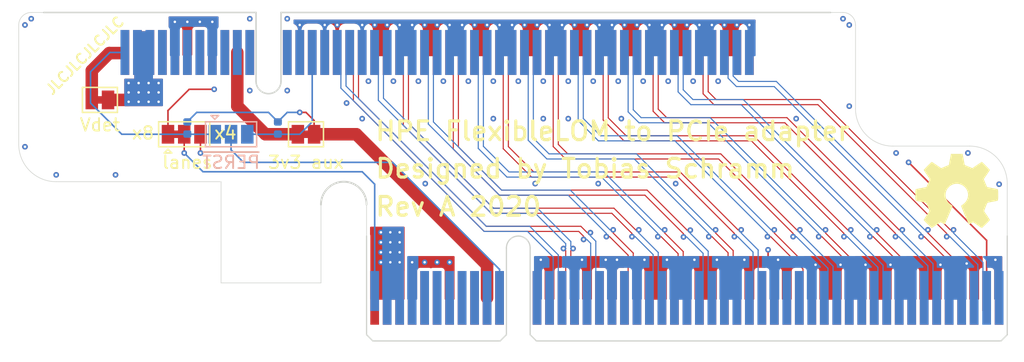
<source format=kicad_pcb>
(kicad_pcb (version 20171130) (host pcbnew 5.1.6)
  (layers (0 F.Cu mixed) (1 GND1 power) (2 GND2 power) (31 B.Cu signal) (34 B.Paste user) (35 F.Paste user) (36 B.SilkS user) (37 F.SilkS user) (38 B.Mask user) (39 F.Mask user) (44 Edge.Cuts user))
  (net 0 "")
  (net 1 /TX7-)
  (net 2 /TX7+)
  (net 3 /TX6-)
  (net 4 /TX0-)
  (net 5 /TX0+)
  (net 6 +3V3)
  (net 7 "Net-(J1-PadA9)")
  (net 8 "Net-(J1-PadA8)")
  (net 9 "Net-(J1-PadA7)")
  (net 10 "Net-(J1-PadA6)")
  (net 11 "Net-(J1-PadA5)")
  (net 12 +12V)
  (net 13 /REFCLK+)
  (net 14 "Net-(J1-PadB12)")
  (net 15 /RX0-)
  (net 16 /RX0+)
  (net 17 /REFCLK-)
  (net 18 /~PERST)
  (net 19 "Net-(J1-PadB9)")
  (net 20 "Net-(J1-PadB8)")
  (net 21 "Net-(J1-PadB6)")
  (net 22 "Net-(J1-PadB5)")
  (net 23 /RX1+)
  (net 24 /RX1-)
  (net 25 /RX2+)
  (net 26 /RX2-)
  (net 27 /RX3+)
  (net 28 /RX3-)
  (net 29 /TX1+)
  (net 30 /TX1-)
  (net 31 /TX2+)
  (net 32 /TX2-)
  (net 33 /TX3+)
  (net 34 /TX3-)
  (net 35 "Net-(J1-PadA32)")
  (net 36 /RX4+)
  (net 37 /RX4-)
  (net 38 /RX5+)
  (net 39 /RX5-)
  (net 40 /RX6+)
  (net 41 /RX6-)
  (net 42 /RX7+)
  (net 43 /RX7-)
  (net 44 /TX4+)
  (net 45 /TX4-)
  (net 46 /TX5+)
  (net 47 /TX5-)
  (net 48 /TX6+)
  (net 49 "Net-(J2-PadA6)")
  (net 50 "Net-(J2-PadA9)")
  (net 51 "Net-(J2-PadA10)")
  (net 52 "Net-(J2-PadA11)")
  (net 53 "Net-(J2-PadA12)")
  (net 54 "Net-(J2-PadA14)")
  (net 55 "Net-(J2-PadB49)")
  (net 56 "Net-(J2-PadB12)")
  (net 57 "Net-(J2-PadB14)")
  (net 58 "Net-(J2-PadB15)")
  (net 59 "Net-(J2-PadB4)")
  (net 60 "Net-(J2-PadB5)")
  (net 61 "Net-(J2-PadB7)")
  (net 62 "Net-(J2-PadB8)")
  (net 63 "Net-(J2-PadB9)")
  (net 64 "Net-(J2-PadB10)")
  (net 65 "Net-(J2-PadB11)")
  (net 66 "Net-(J2-PadA7)")
  (net 67 "Net-(J2-PadA4)")
  (net 68 "Net-(J2-PadA1)")
  (net 69 "Net-(J1-PadA10)")
  (net 70 "Net-(J1-PadA1)")
  (net 71 "Net-(J1-PadB17)")
  (net 72 "Net-(J1-PadB11)")
  (net 73 "Net-(J1-PadB30)")
  (net 74 "Net-(J1-PadA19)")
  (net 75 "Net-(J1-PadA33)")
  (net 76 "Net-(J2-PadB1)")
  (net 77 GND)
  (net 78 /PRSNT_x4)
  (net 79 /PRSNT_x8)
  (module Symbol:OSHW-Symbol_6.7x6mm_SilkScreen (layer F.Cu) (at 166.6 114.3)
    (fp_text reference H1 hide)
    (fp_text value MountingHole hide)
  )
  (module Jumper:SolderJumper-3_P1.3mm_Bridged12_Pad1.0x1.5mm (layer F.Cu) (at 104.75 109.75)
    (fp_text reference JP4 hide)
    (fp_text value Jumper_3_Bridged12)
    (fp_poly (pts (xy -0.9 -0.3) (xy -0.4 -0.3) (xy -0.4 0.3) (xy -0.9 0.3)) (layer F.Cu) (width 0))
    (pad 2 smd rect (at 0 0) (size 1 1.5) (layers F.Cu F.Mask) (net 70 "Net-(J1-PadA1)"))
    (pad 3 smd rect (at 1.3 0) (size 1 1.5) (layers F.Cu F.Mask) (net 78 /PRSNT_x4))
    (pad 1 smd rect (at -1.3 0) (size 1 1.5) (layers F.Cu F.Mask) (net 79 /PRSNT_x8))
  )
  (module Resistor_SMD:R_0402_1005Metric (layer B.Cu) (at 112.25 109.25 90)
    (fp_text reference R2 hide)
    (fp_text value 100kR)
    (pad 2 smd roundrect (at 0.485 0 90) (size 0.59 0.64) (layers B.Cu B.Paste B.Mask) (net 6 +3V3))
    (pad 1 smd roundrect (at -0.485 0 90) (size 0.59 0.64) (layers B.Cu B.Paste B.Mask) (net 54 "Net-(J2-PadA14)"))
  )
  (module Jumper:SolderJumper-3_P1.3mm_Bridged12_Pad1.0x1.5mm (layer B.Cu) (at 108.5 109.75)
    (fp_text reference JP3 hide)
    (fp_text value Jumper_3_Bridged12)
    (fp_poly (pts (xy -0.9 0.3) (xy -0.4 0.3) (xy -0.4 -0.3) (xy -0.9 -0.3)) (layer B.Cu) (width 0))
    (pad 2 smd rect (at 0 0) (size 1 1.5) (layers B.Cu B.Mask) (net 18 /~PERST))
    (pad 3 smd rect (at 1.3 0) (size 1 1.5) (layers B.Cu B.Mask) (net 54 "Net-(J2-PadA14)"))
    (pad 1 smd rect (at -1.3 0) (size 1 1.5) (layers B.Cu B.Mask) (net 68 "Net-(J2-PadA1)"))
  )
  (module Connector_PCIe:UMAX_3126-10102T_PCIe_x8_edge_launch (layer F.Cu) (at 100 103.2)
    (fp_text reference J2 hide)
    (fp_text value HPE_FlexibleLOM_x8)
    (fp_arc (start 11.5 2.3) (end 10.5 2.3) (angle -180) (layer Edge.Cuts) (width 0.12))
    (fp_line (start 10.5 -3.2) (end 10.5 2.3) (layer Edge.Cuts) (width 0.12))
    (fp_line (start 12.5 2.3) (end 12.5 -3.2) (layer Edge.Cuts) (width 0.12))
    (fp_line (start 12.5 -3.2) (end 56.5 -3.2) (layer Edge.Cuts) (width 0.12))
    (fp_line (start -6.5 -3.2) (end 10.5 -3.2) (layer Edge.Cuts) (width 0.12))
    (pad A11 smd rect (at 10 0 180) (size 0.7 3.6) (layers B.Cu B.Mask) (net 52 "Net-(J2-PadA11)"))
    (pad A10 smd rect (at 9 0 180) (size 0.7 3.6) (layers B.Cu B.Mask) (net 51 "Net-(J2-PadA10)"))
    (pad A9 smd rect (at 8 0 180) (size 0.7 3.6) (layers B.Cu B.Mask) (net 50 "Net-(J2-PadA9)"))
    (pad A8 smd rect (at 7 0 180) (size 0.7 3.6) (layers B.Cu B.Mask) (net 77 GND))
    (pad A7 smd rect (at 6 0 180) (size 0.7 3.6) (layers B.Cu B.Mask) (net 66 "Net-(J2-PadA7)"))
    (pad A6 smd rect (at 5 0 180) (size 0.7 3.6) (layers B.Cu B.Mask) (net 49 "Net-(J2-PadA6)"))
    (pad A5 smd rect (at 4 0 180) (size 0.7 3.6) (layers B.Cu B.Mask) (net 77 GND))
    (pad A4 smd rect (at 3 0 180) (size 0.7 3.6) (layers B.Cu B.Mask) (net 67 "Net-(J2-PadA4)"))
    (pad A3 smd rect (at 2 0 180) (size 0.7 3.6) (layers B.Cu B.Mask) (net 12 +12V))
    (pad A2 smd rect (at 1 0 180) (size 0.7 3.6) (layers B.Cu B.Mask) (net 12 +12V))
    (pad B11 smd rect (at 10 0 180) (size 0.7 3.6) (layers F.Cu F.Mask) (net 65 "Net-(J2-PadB11)"))
    (pad B10 smd rect (at 9 0 180) (size 0.7 3.6) (layers F.Cu F.Mask) (net 64 "Net-(J2-PadB10)"))
    (pad B9 smd rect (at 8 0 180) (size 0.7 3.6) (layers F.Cu F.Mask) (net 63 "Net-(J2-PadB9)"))
    (pad B8 smd rect (at 7 0 180) (size 0.7 3.6) (layers F.Cu F.Mask) (net 62 "Net-(J2-PadB8)"))
    (pad B7 smd rect (at 6 0 180) (size 0.7 3.6) (layers F.Cu F.Mask) (net 61 "Net-(J2-PadB7)"))
    (pad B6 smd rect (at 5 0 180) (size 0.7 3.6) (layers F.Cu F.Mask) (net 77 GND))
    (pad B5 smd rect (at 4 0 180) (size 0.7 3.6) (layers F.Cu F.Mask) (net 60 "Net-(J2-PadB5)"))
    (pad B4 smd rect (at 3 0 180) (size 0.7 3.6) (layers F.Cu F.Mask) (net 59 "Net-(J2-PadB4)"))
    (pad B3 smd rect (at 2 0 180) (size 0.7 3.6) (layers F.Cu F.Mask) (net 12 +12V))
    (pad B2 smd rect (at 1 0 180) (size 0.7 3.6) (layers F.Cu F.Mask) (net 12 +12V))
    (pad A49 smd rect (at 50 0 180) (size 0.7 3.6) (layers B.Cu B.Mask) (net 77 GND))
    (pad A48 smd rect (at 49 0 180) (size 0.7 3.6) (layers B.Cu B.Mask) (net 1 /TX7-))
    (pad A47 smd rect (at 48 0 180) (size 0.7 3.6) (layers B.Cu B.Mask) (net 2 /TX7+))
    (pad A46 smd rect (at 47 0 180) (size 0.7 3.6) (layers B.Cu B.Mask) (net 77 GND))
    (pad A45 smd rect (at 46 0 180) (size 0.7 3.6) (layers B.Cu B.Mask) (net 77 GND))
    (pad A44 smd rect (at 45 0 180) (size 0.7 3.6) (layers B.Cu B.Mask) (net 3 /TX6-))
    (pad A43 smd rect (at 44 0 180) (size 0.7 3.6) (layers B.Cu B.Mask) (net 48 /TX6+))
    (pad A42 smd rect (at 43 0 180) (size 0.7 3.6) (layers B.Cu B.Mask) (net 77 GND))
    (pad A41 smd rect (at 42 0 180) (size 0.7 3.6) (layers B.Cu B.Mask) (net 77 GND))
    (pad A40 smd rect (at 41 0 180) (size 0.7 3.6) (layers B.Cu B.Mask) (net 47 /TX5-))
    (pad A39 smd rect (at 40 0 180) (size 0.7 3.6) (layers B.Cu B.Mask) (net 46 /TX5+))
    (pad A38 smd rect (at 39 0 180) (size 0.7 3.6) (layers B.Cu B.Mask) (net 77 GND))
    (pad A37 smd rect (at 38 0 180) (size 0.7 3.6) (layers B.Cu B.Mask) (net 77 GND))
    (pad A36 smd rect (at 37 0 180) (size 0.7 3.6) (layers B.Cu B.Mask) (net 45 /TX4-))
    (pad A35 smd rect (at 36 0 180) (size 0.7 3.6) (layers B.Cu B.Mask) (net 44 /TX4+))
    (pad A34 smd rect (at 35 0 180) (size 0.7 3.6) (layers B.Cu B.Mask) (net 77 GND))
    (pad A33 smd rect (at 34 0 180) (size 0.7 3.6) (layers B.Cu B.Mask) (net 77 GND))
    (pad A32 smd rect (at 33 0 180) (size 0.7 3.6) (layers B.Cu B.Mask) (net 34 /TX3-))
    (pad A31 smd rect (at 32 0 180) (size 0.7 3.6) (layers B.Cu B.Mask) (net 33 /TX3+))
    (pad A30 smd rect (at 31 0 180) (size 0.7 3.6) (layers B.Cu B.Mask) (net 77 GND))
    (pad A29 smd rect (at 30 0 180) (size 0.7 3.6) (layers B.Cu B.Mask) (net 77 GND))
    (pad A28 smd rect (at 29 0 180) (size 0.7 3.6) (layers B.Cu B.Mask) (net 32 /TX2-))
    (pad A27 smd rect (at 28 0 180) (size 0.7 3.6) (layers B.Cu B.Mask) (net 31 /TX2+))
    (pad A26 smd rect (at 27 0 180) (size 0.7 3.6) (layers B.Cu B.Mask) (net 77 GND))
    (pad A25 smd rect (at 26 0 180) (size 0.7 3.6) (layers B.Cu B.Mask) (net 77 GND))
    (pad A24 smd rect (at 25 0 180) (size 0.7 3.6) (layers B.Cu B.Mask) (net 30 /TX1-))
    (pad A23 smd rect (at 24 0 180) (size 0.7 3.6) (layers B.Cu B.Mask) (net 29 /TX1+))
    (pad A22 smd rect (at 23 0 180) (size 0.7 3.6) (layers B.Cu B.Mask) (net 77 GND))
    (pad A21 smd rect (at 22 0 180) (size 0.7 3.6) (layers B.Cu B.Mask) (net 77 GND))
    (pad A20 smd rect (at 21 0 180) (size 0.7 3.6) (layers B.Cu B.Mask) (net 4 /TX0-))
    (pad A19 smd rect (at 20 0 180) (size 0.7 3.6) (layers B.Cu B.Mask) (net 5 /TX0+))
    (pad A18 smd rect (at 19 0 180) (size 0.7 3.6) (layers B.Cu B.Mask) (net 77 GND))
    (pad A17 smd rect (at 18 0 180) (size 0.7 3.6) (layers B.Cu B.Mask) (net 17 /REFCLK-))
    (pad A16 smd rect (at 17 0 180) (size 0.7 3.6) (layers B.Cu B.Mask) (net 13 /REFCLK+))
    (pad A15 smd rect (at 16 0 180) (size 0.7 3.6) (layers B.Cu B.Mask) (net 77 GND))
    (pad A14 smd rect (at 15 0 180) (size 0.7 3.6) (layers B.Cu B.Mask) (net 54 "Net-(J2-PadA14)"))
    (pad A13 smd rect (at 14 0 180) (size 0.7 3.6) (layers B.Cu B.Mask) (net 77 GND))
    (pad B49 smd rect (at 50 0 180) (size 0.7 3.6) (layers F.Cu F.Mask) (net 55 "Net-(J2-PadB49)"))
    (pad B48 smd rect (at 49 0 180) (size 0.7 3.6) (layers F.Cu F.Mask) (net 77 GND))
    (pad B47 smd rect (at 48 0 180) (size 0.7 3.6) (layers F.Cu F.Mask) (net 77 GND))
    (pad B46 smd rect (at 47 0 180) (size 0.7 3.6) (layers F.Cu F.Mask) (net 43 /RX7-))
    (pad B45 smd rect (at 46 0 180) (size 0.7 3.6) (layers F.Cu F.Mask) (net 42 /RX7+))
    (pad B44 smd rect (at 45 0 180) (size 0.7 3.6) (layers F.Cu F.Mask) (net 77 GND))
    (pad B43 smd rect (at 44 0 180) (size 0.7 3.6) (layers F.Cu F.Mask) (net 77 GND))
    (pad B42 smd rect (at 43 0 180) (size 0.7 3.6) (layers F.Cu F.Mask) (net 41 /RX6-))
    (pad B41 smd rect (at 42 0 180) (size 0.7 3.6) (layers F.Cu F.Mask) (net 40 /RX6+))
    (pad B40 smd rect (at 41 0 180) (size 0.7 3.6) (layers F.Cu F.Mask) (net 77 GND))
    (pad B39 smd rect (at 40 0 180) (size 0.7 3.6) (layers F.Cu F.Mask) (net 77 GND))
    (pad B38 smd rect (at 39 0 180) (size 0.7 3.6) (layers F.Cu F.Mask) (net 39 /RX5-))
    (pad B37 smd rect (at 38 0 180) (size 0.7 3.6) (layers F.Cu F.Mask) (net 38 /RX5+))
    (pad B36 smd rect (at 37 0 180) (size 0.7 3.6) (layers F.Cu F.Mask) (net 77 GND))
    (pad B35 smd rect (at 36 0 180) (size 0.7 3.6) (layers F.Cu F.Mask) (net 77 GND))
    (pad B34 smd rect (at 35 0 180) (size 0.7 3.6) (layers F.Cu F.Mask) (net 37 /RX4-))
    (pad B33 smd rect (at 34 0 180) (size 0.7 3.6) (layers F.Cu F.Mask) (net 36 /RX4+))
    (pad B32 smd rect (at 33 0 180) (size 0.7 3.6) (layers F.Cu F.Mask) (net 77 GND))
    (pad B31 smd rect (at 32 0 180) (size 0.7 3.6) (layers F.Cu F.Mask) (net 77 GND))
    (pad B30 smd rect (at 31 0 180) (size 0.7 3.6) (layers F.Cu F.Mask) (net 28 /RX3-))
    (pad B29 smd rect (at 30 0 180) (size 0.7 3.6) (layers F.Cu F.Mask) (net 27 /RX3+))
    (pad B28 smd rect (at 29 0 180) (size 0.7 3.6) (layers F.Cu F.Mask) (net 77 GND))
    (pad B27 smd rect (at 28 0 180) (size 0.7 3.6) (layers F.Cu F.Mask) (net 77 GND))
    (pad B26 smd rect (at 27 0 180) (size 0.7 3.6) (layers F.Cu F.Mask) (net 26 /RX2-))
    (pad B25 smd rect (at 26 0 180) (size 0.7 3.6) (layers F.Cu F.Mask) (net 25 /RX2+))
    (pad B24 smd rect (at 25 0 180) (size 0.7 3.6) (layers F.Cu F.Mask) (net 77 GND))
    (pad B23 smd rect (at 24 0 180) (size 0.7 3.6) (layers F.Cu F.Mask) (net 77 GND))
    (pad B22 smd rect (at 23 0 180) (size 0.7 3.6) (layers F.Cu F.Mask) (net 24 /RX1-))
    (pad B21 smd rect (at 22 0 180) (size 0.7 3.6) (layers F.Cu F.Mask) (net 23 /RX1+))
    (pad B20 smd rect (at 21 0 180) (size 0.7 3.6) (layers F.Cu F.Mask) (net 77 GND))
    (pad B19 smd rect (at 20 0 180) (size 0.7 3.6) (layers F.Cu F.Mask) (net 77 GND))
    (pad B18 smd rect (at 19 0 180) (size 0.7 3.6) (layers F.Cu F.Mask) (net 15 /RX0-))
    (pad B17 smd rect (at 18 0 180) (size 0.7 3.6) (layers F.Cu F.Mask) (net 16 /RX0+))
    (pad B16 smd rect (at 17 0 180) (size 0.7 3.6) (layers F.Cu F.Mask) (net 77 GND))
    (pad B15 smd rect (at 16 0 180) (size 0.7 3.6) (layers F.Cu F.Mask) (net 58 "Net-(J2-PadB15)"))
    (pad B14 smd rect (at 15 0 180) (size 0.7 3.6) (layers F.Cu F.Mask) (net 57 "Net-(J2-PadB14)"))
    (pad B13 smd rect (at 14 0 180) (size 0.7 3.6) (layers F.Cu F.Mask) (net 77 GND))
    (pad B12 smd rect (at 13 0 180) (size 0.7 3.6) (layers F.Cu F.Mask) (net 56 "Net-(J2-PadB12)"))
    (pad A12 smd rect (at 13 0 180) (size 0.7 3.6) (layers B.Cu B.Mask) (net 53 "Net-(J2-PadA12)"))
    (pad "" np_thru_hole circle (at 54.8 -0.7) (size 2.2 2.2) (drill 2.2) (layers *.Cu *.Mask))
    (pad A1 smd rect (at 0 0 180) (size 0.7 3.6) (layers B.Cu B.Mask) (net 68 "Net-(J2-PadA1)"))
    (pad B1 smd rect (at 0 0 180) (size 0.7 3.6) (layers F.Cu F.Mask) (net 76 "Net-(J2-PadB1)"))
    (pad "" np_thru_hole circle (at -4.8 -0.7 180) (size 2.2 2.2) (drill 2.2) (layers *.Cu *.Mask))
  )
  (module Resistor_SMD:R_0402_1005Metric (layer B.Cu) (at 105 109.25 90)
    (fp_text reference R1 hide)
    (fp_text value 100kR)
    (pad 2 smd roundrect (at 0.485 0 90) (size 0.59 0.64) (layers B.Cu B.Paste B.Mask) (net 6 +3V3))
    (pad 1 smd roundrect (at -0.485 0 90) (size 0.59 0.64) (layers B.Cu B.Paste B.Mask) (net 68 "Net-(J2-PadA1)"))
  )
  (module Jumper:SolderJumper-2_P1.3mm_Bridged_Pad1.0x1.5mm (layer F.Cu) (at 98 107 180)
    (fp_text reference JP2 hide)
    (fp_text value Jumper_NC_Small)
    (fp_poly (pts (xy -0.25 -0.3) (xy 0.25 -0.3) (xy 0.25 0.3) (xy -0.25 0.3)) (layer F.Cu) (width 0))
    (pad 2 smd rect (at 0.65 0 180) (size 1 1.5) (layers F.Cu F.Mask) (net 76 "Net-(J2-PadB1)"))
    (pad 1 smd rect (at -0.65 0 180) (size 1 1.5) (layers F.Cu F.Mask) (net 12 +12V))
  )
  (module Jumper:SolderJumper-2_P1.3mm_Bridged_Pad1.0x1.5mm (layer F.Cu) (at 114.5 109.75 180)
    (fp_text reference JP1 hide)
    (fp_text value Jumper_NC_Small)
    (fp_poly (pts (xy -0.25 -0.3) (xy 0.25 -0.3) (xy 0.25 0.3) (xy -0.25 0.3)) (layer F.Cu) (width 0))
    (pad 2 smd rect (at 0.65 0 180) (size 1 1.5) (layers F.Cu F.Mask) (net 64 "Net-(J2-PadB10)"))
    (pad 1 smd rect (at -0.65 0 180) (size 1 1.5) (layers F.Cu F.Mask) (net 6 +3V3))
  )
  (module Connector_PCBEdge:BUS_PCIexpress_x8 (layer F.Cu) (at 120 122.85)
    (fp_text reference J1 hide)
    (fp_text value Connector_PCIe_x8)
    (fp_arc (start 11.5 -4) (end 12.45 -4) (angle -180) (layer Edge.Cuts) (width 0.1))
    (fp_line (start 10.55 -4) (end 10.55 2.95) (layer Edge.Cuts) (width 0.1))
    (fp_line (start 12.45 -4) (end 12.45 2.95) (layer Edge.Cuts) (width 0.1))
    (fp_line (start -0.65 -4.95) (end -0.65 2.95) (layer Edge.Cuts) (width 0.1))
    (fp_line (start -0.15 3.45) (end 10.05 3.45) (layer Edge.Cuts) (width 0.1))
    (fp_line (start 50.65 -4.95) (end 50.65 2.95) (layer Edge.Cuts) (width 0.1))
    (fp_line (start 12.95 3.45) (end 50.15 3.45) (layer Edge.Cuts) (width 0.1))
    (fp_line (start -0.65 2.95) (end -0.15 3.45) (layer Edge.Cuts) (width 0.1))
    (fp_line (start 10.55 2.95) (end 10.05 3.45) (layer Edge.Cuts) (width 0.1))
    (fp_line (start 12.45 2.95) (end 12.95 3.45) (layer Edge.Cuts) (width 0.1))
    (fp_line (start 50.65 2.95) (end 50.15 3.45) (layer Edge.Cuts) (width 0.1))
    (pad A49 connect rect (at 50 0) (size 0.7 4.3) (layers B.Cu B.Mask) (net 77 GND))
    (pad A48 connect rect (at 49 0) (size 0.7 4.3) (layers B.Cu B.Mask) (net 43 /RX7-))
    (pad A47 connect rect (at 48 0) (size 0.7 4.3) (layers B.Cu B.Mask) (net 42 /RX7+))
    (pad A46 connect rect (at 47 0) (size 0.7 4.3) (layers B.Cu B.Mask) (net 77 GND))
    (pad A45 connect rect (at 46 0) (size 0.7 4.3) (layers B.Cu B.Mask) (net 77 GND))
    (pad A44 connect rect (at 45 0) (size 0.7 4.3) (layers B.Cu B.Mask) (net 41 /RX6-))
    (pad A43 connect rect (at 44 0) (size 0.7 4.3) (layers B.Cu B.Mask) (net 40 /RX6+))
    (pad A42 connect rect (at 43 0) (size 0.7 4.3) (layers B.Cu B.Mask) (net 77 GND))
    (pad A13 connect rect (at 14 0) (size 0.7 4.3) (layers B.Cu B.Mask) (net 13 /REFCLK+))
    (pad A12 connect rect (at 13 0) (size 0.7 4.3) (layers B.Cu B.Mask) (net 77 GND))
    (pad A18 connect rect (at 19 0) (size 0.7 4.3) (layers B.Cu B.Mask) (net 77 GND))
    (pad A17 connect rect (at 18 0) (size 0.7 4.3) (layers B.Cu B.Mask) (net 15 /RX0-))
    (pad A16 connect rect (at 17 0) (size 0.7 4.3) (layers B.Cu B.Mask) (net 16 /RX0+))
    (pad A15 connect rect (at 16 0) (size 0.7 4.3) (layers B.Cu B.Mask) (net 77 GND))
    (pad A14 connect rect (at 15 0) (size 0.7 4.3) (layers B.Cu B.Mask) (net 17 /REFCLK-))
    (pad A11 connect rect (at 10 0) (size 0.7 4.3) (layers B.Cu B.Mask) (net 18 /~PERST))
    (pad A10 connect rect (at 9 0) (size 0.7 4.3) (layers B.Cu B.Mask) (net 69 "Net-(J1-PadA10)"))
    (pad A9 connect rect (at 8 0) (size 0.7 4.3) (layers B.Cu B.Mask) (net 7 "Net-(J1-PadA9)"))
    (pad A8 connect rect (at 7 0) (size 0.7 4.3) (layers B.Cu B.Mask) (net 8 "Net-(J1-PadA8)"))
    (pad A7 connect rect (at 6 0) (size 0.7 4.3) (layers B.Cu B.Mask) (net 9 "Net-(J1-PadA7)"))
    (pad A6 connect rect (at 5 0) (size 0.7 4.3) (layers B.Cu B.Mask) (net 10 "Net-(J1-PadA6)"))
    (pad A5 connect rect (at 4 0) (size 0.7 4.3) (layers B.Cu B.Mask) (net 11 "Net-(J1-PadA5)"))
    (pad A4 connect rect (at 3 0) (size 0.7 4.3) (layers B.Cu B.Mask) (net 77 GND))
    (pad A3 connect rect (at 2 0) (size 0.7 4.3) (layers B.Cu B.Mask) (net 12 +12V))
    (pad A2 connect rect (at 1 0) (size 0.7 4.3) (layers B.Cu B.Mask) (net 12 +12V))
    (pad A1 connect rect (at 0 -0.55) (size 0.7 3.2) (layers B.Cu B.Mask) (net 70 "Net-(J1-PadA1)"))
    (pad B13 connect rect (at 14 0) (size 0.7 4.3) (layers F.Cu F.Mask) (net 77 GND))
    (pad B12 connect rect (at 13 0) (size 0.7 4.3) (layers F.Cu F.Mask) (net 14 "Net-(J1-PadB12)"))
    (pad B18 connect rect (at 19 0) (size 0.7 4.3) (layers F.Cu F.Mask) (net 77 GND))
    (pad B17 connect rect (at 18 0) (size 0.7 4.3) (layers F.Cu F.Mask) (net 71 "Net-(J1-PadB17)"))
    (pad B16 connect rect (at 17 0) (size 0.7 4.3) (layers F.Cu F.Mask) (net 77 GND))
    (pad B15 connect rect (at 16 0) (size 0.7 4.3) (layers F.Cu F.Mask) (net 4 /TX0-))
    (pad B14 connect rect (at 15 0) (size 0.7 4.3) (layers F.Cu F.Mask) (net 5 /TX0+))
    (pad B11 connect rect (at 10 0) (size 0.7 4.3) (layers F.Cu F.Mask) (net 72 "Net-(J1-PadB11)"))
    (pad B10 connect rect (at 9 0) (size 0.7 4.3) (layers F.Cu F.Mask) (net 6 +3V3))
    (pad B9 connect rect (at 8 0) (size 0.7 4.3) (layers F.Cu F.Mask) (net 19 "Net-(J1-PadB9)"))
    (pad B8 connect rect (at 7 0) (size 0.7 4.3) (layers F.Cu F.Mask) (net 20 "Net-(J1-PadB8)"))
    (pad B7 connect rect (at 6 0) (size 0.7 4.3) (layers F.Cu F.Mask) (net 77 GND))
    (pad B6 connect rect (at 5 0) (size 0.7 4.3) (layers F.Cu F.Mask) (net 21 "Net-(J1-PadB6)"))
    (pad B5 connect rect (at 4 0) (size 0.7 4.3) (layers F.Cu F.Mask) (net 22 "Net-(J1-PadB5)"))
    (pad B4 connect rect (at 3 0) (size 0.7 4.3) (layers F.Cu F.Mask) (net 77 GND))
    (pad B3 connect rect (at 2 0) (size 0.7 4.3) (layers F.Cu F.Mask) (net 12 +12V))
    (pad B2 connect rect (at 1 0) (size 0.7 4.3) (layers F.Cu F.Mask) (net 12 +12V))
    (pad B1 connect rect (at 0 0) (size 0.7 4.3) (layers F.Cu F.Mask) (net 12 +12V))
    (pad B19 connect rect (at 20 0) (size 0.7 4.3) (layers F.Cu F.Mask) (net 29 /TX1+))
    (pad B20 connect rect (at 21 0) (size 0.7 4.3) (layers F.Cu F.Mask) (net 30 /TX1-))
    (pad B21 connect rect (at 22 0) (size 0.7 4.3) (layers F.Cu F.Mask) (net 77 GND))
    (pad B22 connect rect (at 23 0) (size 0.7 4.3) (layers F.Cu F.Mask) (net 77 GND))
    (pad B23 connect rect (at 24 0) (size 0.7 4.3) (layers F.Cu F.Mask) (net 31 /TX2+))
    (pad B24 connect rect (at 25 0) (size 0.7 4.3) (layers F.Cu F.Mask) (net 32 /TX2-))
    (pad B25 connect rect (at 26 0) (size 0.7 4.3) (layers F.Cu F.Mask) (net 77 GND))
    (pad B26 connect rect (at 27 0) (size 0.7 4.3) (layers F.Cu F.Mask) (net 77 GND))
    (pad B27 connect rect (at 28 0) (size 0.7 4.3) (layers F.Cu F.Mask) (net 33 /TX3+))
    (pad B28 connect rect (at 29 0) (size 0.7 4.3) (layers F.Cu F.Mask) (net 34 /TX3-))
    (pad B29 connect rect (at 30 0) (size 0.7 4.3) (layers F.Cu F.Mask) (net 77 GND))
    (pad B30 connect rect (at 31 0) (size 0.7 4.3) (layers F.Cu F.Mask) (net 73 "Net-(J1-PadB30)"))
    (pad B31 connect rect (at 32 0) (size 0.7 4.3) (layers F.Cu F.Mask) (net 78 /PRSNT_x4))
    (pad B32 connect rect (at 33 0) (size 0.7 4.3) (layers F.Cu F.Mask) (net 77 GND))
    (pad A19 connect rect (at 20 0) (size 0.7 4.3) (layers B.Cu B.Mask) (net 74 "Net-(J1-PadA19)"))
    (pad A20 connect rect (at 21 0) (size 0.7 4.3) (layers B.Cu B.Mask) (net 77 GND))
    (pad A21 connect rect (at 22 0) (size 0.7 4.3) (layers B.Cu B.Mask) (net 23 /RX1+))
    (pad A22 connect rect (at 23 0) (size 0.7 4.3) (layers B.Cu B.Mask) (net 24 /RX1-))
    (pad A23 connect rect (at 24 0) (size 0.7 4.3) (layers B.Cu B.Mask) (net 77 GND))
    (pad A24 connect rect (at 25 0) (size 0.7 4.3) (layers B.Cu B.Mask) (net 77 GND))
    (pad A25 connect rect (at 26 0) (size 0.7 4.3) (layers B.Cu B.Mask) (net 25 /RX2+))
    (pad A26 connect rect (at 27 0) (size 0.7 4.3) (layers B.Cu B.Mask) (net 26 /RX2-))
    (pad A27 connect rect (at 28 0) (size 0.7 4.3) (layers B.Cu B.Mask) (net 77 GND))
    (pad A28 connect rect (at 29 0) (size 0.7 4.3) (layers B.Cu B.Mask) (net 77 GND))
    (pad A29 connect rect (at 30 0) (size 0.7 4.3) (layers B.Cu B.Mask) (net 27 /RX3+))
    (pad A30 connect rect (at 31 0) (size 0.7 4.3) (layers B.Cu B.Mask) (net 28 /RX3-))
    (pad A31 connect rect (at 32 0) (size 0.7 4.3) (layers B.Cu B.Mask) (net 77 GND))
    (pad A32 connect rect (at 33 0) (size 0.7 4.3) (layers B.Cu B.Mask) (net 35 "Net-(J1-PadA32)"))
    (pad B33 connect rect (at 34 0) (size 0.7 4.3) (layers F.Cu F.Mask) (net 44 /TX4+))
    (pad B34 connect rect (at 35 0) (size 0.7 4.3) (layers F.Cu F.Mask) (net 45 /TX4-))
    (pad B35 connect rect (at 36 0) (size 0.7 4.3) (layers F.Cu F.Mask) (net 77 GND))
    (pad B36 connect rect (at 37 0) (size 0.7 4.3) (layers F.Cu F.Mask) (net 77 GND))
    (pad B37 connect rect (at 38 0) (size 0.7 4.3) (layers F.Cu F.Mask) (net 46 /TX5+))
    (pad B38 connect rect (at 39 0) (size 0.7 4.3) (layers F.Cu F.Mask) (net 47 /TX5-))
    (pad B39 connect rect (at 40 0) (size 0.7 4.3) (layers F.Cu F.Mask) (net 77 GND))
    (pad B40 connect rect (at 41 0) (size 0.7 4.3) (layers F.Cu F.Mask) (net 77 GND))
    (pad B41 connect rect (at 42 0) (size 0.7 4.3) (layers F.Cu F.Mask) (net 48 /TX6+))
    (pad B42 connect rect (at 43 0) (size 0.7 4.3) (layers F.Cu F.Mask) (net 3 /TX6-))
    (pad B43 connect rect (at 44 0) (size 0.7 4.3) (layers F.Cu F.Mask) (net 77 GND))
    (pad B44 connect rect (at 45 0) (size 0.7 4.3) (layers F.Cu F.Mask) (net 77 GND))
    (pad B45 connect rect (at 46 0) (size 0.7 4.3) (layers F.Cu F.Mask) (net 2 /TX7+))
    (pad B46 connect rect (at 47 0) (size 0.7 4.3) (layers F.Cu F.Mask) (net 1 /TX7-))
    (pad B47 connect rect (at 48 0) (size 0.7 4.3) (layers F.Cu F.Mask) (net 77 GND))
    (pad B48 connect rect (at 49 -0.55) (size 0.7 3.2) (layers F.Cu F.Mask) (net 79 /PRSNT_x8))
    (pad B49 connect rect (at 50 0) (size 0.7 4.3) (layers F.Cu F.Mask) (net 77 GND))
    (pad A33 connect rect (at 34 0) (size 0.7 4.3) (layers B.Cu B.Mask) (net 75 "Net-(J1-PadA33)"))
    (pad A34 connect rect (at 35 0) (size 0.7 4.3) (layers B.Cu B.Mask) (net 77 GND))
    (pad A35 connect rect (at 36 0) (size 0.7 4.3) (layers B.Cu B.Mask) (net 36 /RX4+))
    (pad A36 connect rect (at 37 0) (size 0.7 4.3) (layers B.Cu B.Mask) (net 37 /RX4-))
    (pad A37 connect rect (at 38 0) (size 0.7 4.3) (layers B.Cu B.Mask) (net 77 GND))
    (pad A38 connect rect (at 39 0) (size 0.7 4.3) (layers B.Cu B.Mask) (net 77 GND))
    (pad A39 connect rect (at 40 0) (size 0.7 4.3) (layers B.Cu B.Mask) (net 38 /RX5+))
    (pad A40 connect rect (at 41 0) (size 0.7 4.3) (layers B.Cu B.Mask) (net 39 /RX5-))
    (pad A41 connect rect (at 42 0) (size 0.7 4.3) (layers B.Cu B.Mask) (net 77 GND))
  )
  (gr_text JLCJLCJLCJLC (at 96.8 103.45 45) (layer F.SilkS) (effects (font (size 0.8 0.8))))
  (gr_text "Rev A 2020" (at 126.7 115.55) (layer F.SilkS) (effects (font (size 1.5 1.5) (thickness 0.25))))
  (gr_text "Designed by Tobias Schramm" (at 136.85 112.5) (layer F.SilkS) (effects (font (size 1.5 1.5) (thickness 0.25))))
  (gr_text "HPE FlexibleLOM to PCIe adapter" (at 139.05 109.5) (layer F.SilkS) (effects (font (size 1.5 1.5) (thickness 0.25))))
  (gr_text lanes (at 105 112) (layer F.SilkS) (effects (font (size 1 1))))
  (gr_text ~PERST (at 108.5 112) (layer B.SilkS) (effects (font (size 1 1)) (justify mirror)))
  (gr_text Vdet (at 98 109) (layer F.SilkS) (effects (font (size 1 1))))
  (gr_text "3v3 aux" (at 114.5 112) (layer F.SilkS) (effects (font (size 1 1))))
  (gr_text x4 (at 108.05 109.65) (layer F.SilkS) (effects (font (size 1 1))))
  (gr_text x8 (at 101.45 109.65) (layer F.SilkS) (effects (font (size 1 1))))
  (gr_line (start 157.5 100) (end 156.5 100) (layer Edge.Cuts) (width 0.05))
  (gr_arc (start 117.525 115.375) (end 119.35 115.375) (angle -180) (layer Edge.Cuts) (width 0.15))
  (gr_arc (start 92.5 101) (end 92.5 100) (angle -90) (layer Edge.Cuts) (width 0.05))
  (gr_line (start 119.35 115.375) (end 119.35 117.9) (layer Edge.Cuts) (width 0.05))
  (gr_line (start 115.7 121.65) (end 107.7 121.65) (layer Edge.Cuts) (width 0.05))
  (gr_line (start 115.7 115.375) (end 115.7 121.65) (layer Edge.Cuts) (width 0.05))
  (gr_line (start 107.7 113.55) (end 107.7 121.65) (layer Edge.Cuts) (width 0.05))
  (gr_arc (start 94.5 110.55) (end 91.5 110.55) (angle -90) (layer Edge.Cuts) (width 0.05))
  (gr_arc (start 167.65 113.7) (end 170.65 113.7) (angle -90) (layer Edge.Cuts) (width 0.05))
  (gr_line (start 161.5 110.7) (end 167.65 110.7) (layer Edge.Cuts) (width 0.05))
  (gr_line (start 170.65 117.9) (end 170.65 113.7) (layer Edge.Cuts) (width 0.05))
  (gr_line (start 158.5 101) (end 158.5 107.7) (layer Edge.Cuts) (width 0.05))
  (gr_arc (start 161.5 107.7) (end 158.5 107.7) (angle -90) (layer Edge.Cuts) (width 0.05))
  (gr_arc (start 157.5 101) (end 158.5 101) (angle -90) (layer Edge.Cuts) (width 0.05))
  (gr_line (start 94.5 113.55) (end 107.7 113.55) (layer Edge.Cuts) (width 0.05))
  (gr_line (start 91.5 101) (end 91.5 110.55) (layer Edge.Cuts) (width 0.05))
  (gr_line (start 93.5 100) (end 92.5 100) (layer Edge.Cuts) (width 0.05))
  (via (at 124.05 113.7) (size 0.45) (drill 0.2) (layers F.Cu B.Cu) (net 77))
  (via (at 121.999999 118.4) (size 0.45) (drill 0.2) (layers F.Cu B.Cu) (net 12))
  (via (at 120.5 118.4) (size 0.45) (drill 0.2) (layers F.Cu B.Cu) (net 12))
  (via (at 121.25 118.4) (size 0.45) (drill 0.2) (layers F.Cu B.Cu) (net 12))
  (via (at 120.5 120) (size 0.45) (drill 0.2) (layers F.Cu B.Cu) (net 12))
  (via (at 122 120) (size 0.45) (drill 0.2) (layers F.Cu B.Cu) (net 12))
  (via (at 122 119.2) (size 0.45) (drill 0.2) (layers F.Cu B.Cu) (net 12))
  (via (at 121.25 117.6) (size 0.45) (drill 0.2) (layers F.Cu B.Cu) (net 12))
  (via (at 122 117.6) (size 0.45) (drill 0.2) (layers F.Cu B.Cu) (net 12))
  (via (at 121.249999 120) (size 0.45) (drill 0.2) (layers F.Cu B.Cu) (net 12))
  (via (at 121.25 119.2) (size 0.45) (drill 0.2) (layers F.Cu B.Cu) (net 12))
  (via (at 120.5 117.6) (size 0.45) (drill 0.2) (layers F.Cu B.Cu) (net 12))
  (via (at 120.5 119.2) (size 0.45) (drill 0.2) (layers F.Cu B.Cu) (net 12))
  (via (at 100.3 105.65) (size 0.45) (drill 0.2) (layers F.Cu B.Cu) (net 12))
  (via (at 100.300001 107.15) (size 0.45) (drill 0.2) (layers F.Cu B.Cu) (net 12))
  (via (at 100.3 106.399999) (size 0.45) (drill 0.2) (layers F.Cu B.Cu) (net 12))
  (via (at 102.7 107.15) (size 0.45) (drill 0.2) (layers F.Cu B.Cu) (net 12))
  (via (at 102.7 105.65) (size 0.45) (drill 0.2) (layers F.Cu B.Cu) (net 12))
  (via (at 102.7 106.4) (size 0.45) (drill 0.2) (layers F.Cu B.Cu) (net 12))
  (via (at 155.3 120.2) (size 0.45) (drill 0.2) (layers F.Cu B.Cu) (net 77))
  (via (at 157.3 120.2) (size 0.45) (drill 0.2) (layers F.Cu B.Cu) (net 77))
  (via (at 161.3 120.2) (size 0.45) (drill 0.2) (layers F.Cu B.Cu) (net 77))
  (segment (start 148.705 104.945) (end 148.705 105.090086) (width 0.09) (layer B.Cu) (net 1))
  (segment (start 149 104.65) (end 148.705 104.945) (width 0.09) (layer B.Cu) (net 1))
  (segment (start 149 103.2) (end 149 104.65) (width 0.09) (layer B.Cu) (net 1))
  (segment (start 148.705 105.090086) (end 149.134914 105.52) (width 0.09) (layer B.Cu) (net 1))
  (segment (start 164.042677 117.402763) (end 164.297237 117.402763) (width 0.09) (layer B.Cu) (net 1))
  (segment (start 149.134914 105.52) (end 152.159914 105.52) (width 0.09) (layer B.Cu) (net 1))
  (segment (start 152.159914 105.52) (end 164.042677 117.402763) (width 0.09) (layer B.Cu) (net 1))
  (via (at 164.297237 117.402763) (size 0.45) (drill 0.2) (layers F.Cu B.Cu) (net 1))
  (segment (start 166.705 120.065086) (end 164.297237 117.657323) (width 0.09) (layer F.Cu) (net 1))
  (segment (start 164.297237 117.657323) (end 164.297237 117.402763) (width 0.09) (layer F.Cu) (net 1))
  (segment (start 166.705 120.755) (end 166.705 120.065086) (width 0.09) (layer F.Cu) (net 1))
  (segment (start 167 122.85) (end 167 121.05) (width 0.09) (layer F.Cu) (net 1))
  (segment (start 167 121.05) (end 166.705 120.755) (width 0.09) (layer F.Cu) (net 1))
  (segment (start 148.295 104.945) (end 148.295 105.259914) (width 0.09) (layer B.Cu) (net 2))
  (segment (start 148 104.65) (end 148.295 104.945) (width 0.09) (layer B.Cu) (net 2))
  (segment (start 148 103.2) (end 148 104.65) (width 0.09) (layer B.Cu) (net 2))
  (segment (start 148.295 105.259914) (end 148.965086 105.93) (width 0.09) (layer B.Cu) (net 2))
  (segment (start 163.752763 117.692677) (end 163.752763 117.947237) (width 0.09) (layer B.Cu) (net 2))
  (segment (start 151.990086 105.93) (end 163.752763 117.692677) (width 0.09) (layer B.Cu) (net 2))
  (segment (start 148.965086 105.93) (end 151.990086 105.93) (width 0.09) (layer B.Cu) (net 2))
  (via (at 163.752763 117.947237) (size 0.45) (drill 0.2) (layers F.Cu B.Cu) (net 2))
  (segment (start 164.007323 117.947237) (end 163.752763 117.947237) (width 0.09) (layer F.Cu) (net 2))
  (segment (start 166.295 120.234914) (end 164.007323 117.947237) (width 0.09) (layer F.Cu) (net 2))
  (segment (start 166.295 120.755) (end 166.295 120.234914) (width 0.09) (layer F.Cu) (net 2))
  (segment (start 166 121.05) (end 166.295 120.755) (width 0.09) (layer F.Cu) (net 2))
  (segment (start 166 122.85) (end 166 121.05) (width 0.09) (layer F.Cu) (net 2))
  (segment (start 145 104.65) (end 144.705 104.945) (width 0.09) (layer B.Cu) (net 3))
  (segment (start 145 103.2) (end 145 104.65) (width 0.09) (layer B.Cu) (net 3))
  (segment (start 144.705 104.945) (end 144.705 106.190086) (width 0.09) (layer B.Cu) (net 3))
  (segment (start 144.705 106.190086) (end 145.484914 106.97) (width 0.09) (layer B.Cu) (net 3))
  (segment (start 145.484914 106.97) (end 149.509914 106.97) (width 0.09) (layer B.Cu) (net 3))
  (segment (start 159.942677 117.402763) (end 160.197237 117.402763) (width 0.09) (layer B.Cu) (net 3))
  (via (at 160.197237 117.402763) (size 0.45) (drill 0.2) (layers F.Cu B.Cu) (net 3))
  (segment (start 149.509914 106.97) (end 159.942677 117.402763) (width 0.09) (layer B.Cu) (net 3))
  (segment (start 160.197237 117.657323) (end 160.197237 117.402763) (width 0.09) (layer F.Cu) (net 3))
  (segment (start 162.705 120.165086) (end 160.197237 117.657323) (width 0.09) (layer F.Cu) (net 3))
  (segment (start 162.705 120.755) (end 162.705 120.165086) (width 0.09) (layer F.Cu) (net 3))
  (segment (start 163 122.85) (end 163 121.05) (width 0.09) (layer F.Cu) (net 3))
  (segment (start 163 121.05) (end 162.705 120.755) (width 0.09) (layer F.Cu) (net 3))
  (segment (start 121 104.65) (end 120.705 104.945) (width 0.09) (layer B.Cu) (net 4))
  (segment (start 120.705 104.945) (end 120.705 106.865086) (width 0.09) (layer B.Cu) (net 4))
  (segment (start 120.705 106.865086) (end 129.516499 115.676585) (width 0.09) (layer B.Cu) (net 4))
  (segment (start 121 103.2) (end 121 104.65) (width 0.09) (layer B.Cu) (net 4))
  (segment (start 136 122.85) (end 136 121.05) (width 0.09) (layer F.Cu) (net 4))
  (segment (start 136 121.05) (end 135.705 120.755) (width 0.09) (layer F.Cu) (net 4))
  (segment (start 135.705 119.08) (end 135.885 118.9) (width 0.09) (layer F.Cu) (net 4))
  (via (at 135.885 118.9) (size 0.45) (drill 0.2) (layers F.Cu B.Cu) (net 4))
  (segment (start 135.885 118.9) (end 135.705 118.72) (width 0.09) (layer B.Cu) (net 4))
  (segment (start 129.516499 115.676585) (end 133.041499 115.676585) (width 0.09) (layer B.Cu) (net 4))
  (segment (start 133.041499 115.676585) (end 135.705 118.340086) (width 0.09) (layer B.Cu) (net 4))
  (segment (start 135.705 118.340086) (end 135.705 118.72) (width 0.09) (layer B.Cu) (net 4))
  (segment (start 135.705 120.755) (end 135.705 119.08) (width 0.09) (layer F.Cu) (net 4))
  (segment (start 120 103.2) (end 120 104.65) (width 0.09) (layer B.Cu) (net 5))
  (segment (start 120 104.65) (end 120.295 104.945) (width 0.09) (layer B.Cu) (net 5))
  (segment (start 120.295 104.945) (end 120.295 107.034914) (width 0.09) (layer B.Cu) (net 5))
  (segment (start 120.295 107.034914) (end 129.346671 116.086585) (width 0.09) (layer B.Cu) (net 5))
  (segment (start 135 121.05) (end 135.295 120.755) (width 0.09) (layer F.Cu) (net 5))
  (segment (start 135 122.85) (end 135 121.05) (width 0.09) (layer F.Cu) (net 5))
  (segment (start 135.295 119.08) (end 135.115 118.9) (width 0.09) (layer F.Cu) (net 5))
  (via (at 135.115 118.9) (size 0.45) (drill 0.2) (layers F.Cu B.Cu) (net 5))
  (segment (start 135.115 118.9) (end 135.295 118.72) (width 0.09) (layer B.Cu) (net 5))
  (segment (start 132.871671 116.086585) (end 135.295 118.509914) (width 0.09) (layer B.Cu) (net 5))
  (segment (start 129.346671 116.086585) (end 132.871671 116.086585) (width 0.09) (layer B.Cu) (net 5))
  (segment (start 135.295 118.509914) (end 135.295 118.72) (width 0.09) (layer B.Cu) (net 5))
  (segment (start 135.295 120.755) (end 135.295 119.08) (width 0.09) (layer F.Cu) (net 5))
  (segment (start 129 120.221398) (end 118.528602 109.75) (width 1) (layer F.Cu) (net 6))
  (segment (start 129 122.85) (end 129 120.221398) (width 1) (layer F.Cu) (net 6))
  (segment (start 118.528602 109.75) (end 115.25 109.75) (width 1) (layer F.Cu) (net 6))
  (segment (start 105 108.765) (end 105 108.75) (width 0.127) (layer B.Cu) (net 6))
  (segment (start 112.25 108.765) (end 112.25 108.75) (width 0.127) (layer B.Cu) (net 6))
  (segment (start 112.25 108.75) (end 111.5 108) (width 0.127) (layer B.Cu) (net 6))
  (segment (start 111.5 108) (end 105.75 108) (width 0.127) (layer B.Cu) (net 6))
  (segment (start 105.75 108) (end 105 108.75) (width 0.127) (layer B.Cu) (net 6))
  (via (at 114 108) (size 0.45) (drill 0.2) (layers F.Cu B.Cu) (net 6))
  (segment (start 113 108) (end 114 108) (width 0.127) (layer B.Cu) (net 6))
  (segment (start 112.25 108.75) (end 113 108) (width 0.127) (layer B.Cu) (net 6))
  (segment (start 115.15 109.75) (end 115.15 108.65) (width 0.127) (layer F.Cu) (net 6))
  (segment (start 114.5 108) (end 114 108) (width 0.127) (layer F.Cu) (net 6))
  (segment (start 115.15 108.65) (end 114.5 108) (width 0.127) (layer F.Cu) (net 6))
  (via (at 101.9 105.65) (size 0.45) (drill 0.2) (layers F.Cu B.Cu) (net 12))
  (via (at 101.9 106.4) (size 0.45) (drill 0.2) (layers F.Cu B.Cu) (net 12))
  (via (at 101.9 107.15) (size 0.45) (drill 0.2) (layers F.Cu B.Cu) (net 12))
  (via (at 101.1 107.15) (size 0.45) (drill 0.2) (layers F.Cu B.Cu) (net 12))
  (via (at 101.1 106.4) (size 0.45) (drill 0.2) (layers F.Cu B.Cu) (net 12))
  (via (at 101.1 105.65) (size 0.45) (drill 0.2) (layers F.Cu B.Cu) (net 12))
  (segment (start 98.65 107) (end 100.3 107) (width 1) (layer F.Cu) (net 12))
  (segment (start 117 103.2) (end 117 104.65) (width 0.09) (layer B.Cu) (net 13))
  (segment (start 117 104.65) (end 117.295 104.945) (width 0.09) (layer B.Cu) (net 13))
  (segment (start 117.295 104.945) (end 117.295 106.059914) (width 0.09) (layer B.Cu) (net 13))
  (segment (start 134.295 120.755) (end 134 121.05) (width 0.09) (layer B.Cu) (net 13))
  (segment (start 117.295 106.059914) (end 128.765086 117.53) (width 0.09) (layer B.Cu) (net 13))
  (segment (start 134 121.05) (end 134 122.85) (width 0.09) (layer B.Cu) (net 13))
  (segment (start 134.295 120.755) (end 134.295 119.584914) (width 0.09) (layer B.Cu) (net 13))
  (segment (start 132.240086 117.53) (end 128.765086 117.53) (width 0.09) (layer B.Cu) (net 13))
  (segment (start 134.295 119.584914) (end 132.240086 117.53) (width 0.09) (layer B.Cu) (net 13))
  (via (at 137.272237 117.627763) (size 0.45) (drill 0.2) (layers F.Cu B.Cu) (net 15))
  (segment (start 119 103.2) (end 119 104.65) (width 0.09) (layer F.Cu) (net 15))
  (segment (start 119 104.65) (end 118.705 104.945) (width 0.09) (layer F.Cu) (net 15))
  (segment (start 137.017677 117.627763) (end 137.272237 117.627763) (width 0.09) (layer F.Cu) (net 15))
  (segment (start 118.705 106.890086) (end 128.934914 117.12) (width 0.09) (layer F.Cu) (net 15))
  (segment (start 136.509914 117.12) (end 137.017677 117.627763) (width 0.09) (layer F.Cu) (net 15))
  (segment (start 128.934914 117.12) (end 136.509914 117.12) (width 0.09) (layer F.Cu) (net 15))
  (segment (start 118.705 104.945) (end 118.705 106.890086) (width 0.09) (layer F.Cu) (net 15))
  (segment (start 137.272237 117.882323) (end 137.272237 117.627763) (width 0.09) (layer B.Cu) (net 15))
  (segment (start 137.705 118.315086) (end 137.272237 117.882323) (width 0.09) (layer B.Cu) (net 15))
  (segment (start 137.705 120.755) (end 137.705 118.315086) (width 0.09) (layer B.Cu) (net 15))
  (segment (start 138 122.85) (end 138 121.05) (width 0.09) (layer B.Cu) (net 15))
  (segment (start 138 121.05) (end 137.705 120.755) (width 0.09) (layer B.Cu) (net 15))
  (segment (start 136.727763 117.917677) (end 136.727763 118.172237) (width 0.09) (layer F.Cu) (net 16))
  (segment (start 136.340086 117.53) (end 136.727763 117.917677) (width 0.09) (layer F.Cu) (net 16))
  (segment (start 118.295 104.945) (end 118.295 107.059914) (width 0.09) (layer F.Cu) (net 16))
  (segment (start 118 103.2) (end 118 104.65) (width 0.09) (layer F.Cu) (net 16))
  (segment (start 128.765086 117.53) (end 136.340086 117.53) (width 0.09) (layer F.Cu) (net 16))
  (via (at 136.727763 118.172237) (size 0.45) (drill 0.2) (layers F.Cu B.Cu) (net 16))
  (segment (start 118 104.65) (end 118.295 104.945) (width 0.09) (layer F.Cu) (net 16))
  (segment (start 118.295 107.059914) (end 128.765086 117.53) (width 0.09) (layer F.Cu) (net 16))
  (segment (start 136.982323 118.172237) (end 136.727763 118.172237) (width 0.09) (layer B.Cu) (net 16))
  (segment (start 137.295 118.484914) (end 136.982323 118.172237) (width 0.09) (layer B.Cu) (net 16))
  (segment (start 137.295 120.755) (end 137.295 118.484914) (width 0.09) (layer B.Cu) (net 16))
  (segment (start 137 121.05) (end 137.295 120.755) (width 0.09) (layer B.Cu) (net 16))
  (segment (start 137 122.85) (end 137 121.05) (width 0.09) (layer B.Cu) (net 16))
  (segment (start 118 104.65) (end 117.705 104.945) (width 0.09) (layer B.Cu) (net 17))
  (segment (start 134.705 120.755) (end 135 121.05) (width 0.09) (layer B.Cu) (net 17))
  (segment (start 117.705 104.945) (end 117.705 105.890086) (width 0.09) (layer B.Cu) (net 17))
  (segment (start 118 103.2) (end 118 104.65) (width 0.09) (layer B.Cu) (net 17))
  (segment (start 117.705 105.890086) (end 128.934914 117.12) (width 0.09) (layer B.Cu) (net 17))
  (segment (start 134.705 120.755) (end 134.705 119.415086) (width 0.09) (layer B.Cu) (net 17))
  (segment (start 132.409914 117.12) (end 128.934914 117.12) (width 0.09) (layer B.Cu) (net 17))
  (segment (start 134.705 119.415086) (end 132.409914 117.12) (width 0.09) (layer B.Cu) (net 17))
  (segment (start 130 120.573) (end 121.427 112) (width 0.127) (layer B.Cu) (net 18))
  (segment (start 130 122.85) (end 130 120.573) (width 0.127) (layer B.Cu) (net 18))
  (segment (start 121.427 112) (end 109.5 112) (width 0.127) (layer B.Cu) (net 18))
  (segment (start 109.5 112) (end 108.5 111) (width 0.127) (layer B.Cu) (net 18))
  (segment (start 108.5 111) (end 108.5 109.75) (width 0.127) (layer B.Cu) (net 18))
  (segment (start 142.295 120.755) (end 142 121.05) (width 0.09) (layer B.Cu) (net 23))
  (segment (start 142 121.05) (end 142 122.85) (width 0.09) (layer B.Cu) (net 23))
  (segment (start 142.295 119.384914) (end 142.295 120.755) (width 0.09) (layer B.Cu) (net 23))
  (segment (start 122.295 104.945) (end 122.295 109.034914) (width 0.09) (layer F.Cu) (net 23))
  (segment (start 122 103.2) (end 122 104.65) (width 0.09) (layer F.Cu) (net 23))
  (segment (start 129.340086 116.08) (end 138.990086 116.08) (width 0.09) (layer F.Cu) (net 23))
  (segment (start 122 104.65) (end 122.295 104.945) (width 0.09) (layer F.Cu) (net 23))
  (segment (start 122.295 109.034914) (end 129.340086 116.08) (width 0.09) (layer F.Cu) (net 23))
  (segment (start 138.990086 116.08) (end 140.602763 117.692677) (width 0.09) (layer F.Cu) (net 23))
  (segment (start 140.602763 117.692677) (end 140.602763 117.947237) (width 0.09) (layer F.Cu) (net 23))
  (via (at 140.602763 117.947237) (size 0.45) (drill 0.2) (layers F.Cu B.Cu) (net 23))
  (segment (start 140.857323 117.947237) (end 142.295 119.384914) (width 0.09) (layer B.Cu) (net 23))
  (segment (start 140.602763 117.947237) (end 140.857323 117.947237) (width 0.09) (layer B.Cu) (net 23))
  (segment (start 143 121.05) (end 143 122.85) (width 0.09) (layer B.Cu) (net 24))
  (segment (start 142.705 120.755) (end 143 121.05) (width 0.09) (layer B.Cu) (net 24))
  (segment (start 142.705 119.215086) (end 142.705 120.755) (width 0.09) (layer B.Cu) (net 24))
  (segment (start 140.892677 117.402763) (end 141.147237 117.402763) (width 0.09) (layer F.Cu) (net 24))
  (segment (start 129.509914 115.67) (end 139.159914 115.67) (width 0.09) (layer F.Cu) (net 24))
  (via (at 141.147237 117.402763) (size 0.45) (drill 0.2) (layers F.Cu B.Cu) (net 24))
  (segment (start 123 103.2) (end 123 104.65) (width 0.09) (layer F.Cu) (net 24))
  (segment (start 139.159914 115.67) (end 140.892677 117.402763) (width 0.09) (layer F.Cu) (net 24))
  (segment (start 123 104.65) (end 122.705 104.945) (width 0.09) (layer F.Cu) (net 24))
  (segment (start 122.705 104.945) (end 122.705 108.865086) (width 0.09) (layer F.Cu) (net 24))
  (segment (start 122.705 108.865086) (end 129.509914 115.67) (width 0.09) (layer F.Cu) (net 24))
  (segment (start 141.147237 117.657323) (end 142.705 119.215086) (width 0.09) (layer B.Cu) (net 24))
  (segment (start 141.147237 117.402763) (end 141.147237 117.657323) (width 0.09) (layer B.Cu) (net 24))
  (segment (start 126 104.65) (end 126.295 104.945) (width 0.09) (layer F.Cu) (net 25))
  (segment (start 126 103.2) (end 126 104.65) (width 0.09) (layer F.Cu) (net 25))
  (segment (start 126.295 104.945) (end 126.295 110.934914) (width 0.09) (layer F.Cu) (net 25))
  (segment (start 126.295 110.934914) (end 129.990086 114.63) (width 0.09) (layer F.Cu) (net 25))
  (segment (start 144.727763 117.717677) (end 144.727763 117.972237) (width 0.09) (layer F.Cu) (net 25))
  (segment (start 141.640086 114.63) (end 144.727763 117.717677) (width 0.09) (layer F.Cu) (net 25))
  (segment (start 129.990086 114.63) (end 141.640086 114.63) (width 0.09) (layer F.Cu) (net 25))
  (via (at 144.727763 117.972237) (size 0.45) (drill 0.2) (layers F.Cu B.Cu) (net 25))
  (segment (start 146 121.05) (end 146.295 120.755) (width 0.09) (layer B.Cu) (net 25))
  (segment (start 146 122.85) (end 146 121.05) (width 0.09) (layer B.Cu) (net 25))
  (segment (start 144.982323 117.972237) (end 144.727763 117.972237) (width 0.09) (layer B.Cu) (net 25))
  (segment (start 146.295 119.284914) (end 144.982323 117.972237) (width 0.09) (layer B.Cu) (net 25))
  (segment (start 146.295 120.755) (end 146.295 119.284914) (width 0.09) (layer B.Cu) (net 25))
  (segment (start 127 104.65) (end 126.705 104.945) (width 0.09) (layer F.Cu) (net 26))
  (segment (start 127 103.2) (end 127 104.65) (width 0.09) (layer F.Cu) (net 26))
  (segment (start 126.705 104.945) (end 126.705 110.765086) (width 0.09) (layer F.Cu) (net 26))
  (segment (start 126.705 110.765086) (end 130.159914 114.22) (width 0.09) (layer F.Cu) (net 26))
  (segment (start 141.809914 114.22) (end 145.017677 117.427763) (width 0.09) (layer F.Cu) (net 26))
  (segment (start 130.159914 114.22) (end 141.809914 114.22) (width 0.09) (layer F.Cu) (net 26))
  (segment (start 145.017677 117.427763) (end 145.272237 117.427763) (width 0.09) (layer F.Cu) (net 26))
  (via (at 145.272237 117.427763) (size 0.45) (drill 0.2) (layers F.Cu B.Cu) (net 26))
  (segment (start 147 121.05) (end 146.705 120.755) (width 0.09) (layer B.Cu) (net 26))
  (segment (start 147 122.85) (end 147 121.05) (width 0.09) (layer B.Cu) (net 26))
  (segment (start 146.705 119.115086) (end 145.272237 117.682323) (width 0.09) (layer B.Cu) (net 26))
  (segment (start 146.705 120.755) (end 146.705 119.115086) (width 0.09) (layer B.Cu) (net 26))
  (segment (start 145.272237 117.682323) (end 145.272237 117.427763) (width 0.09) (layer B.Cu) (net 26))
  (segment (start 130 104.65) (end 130.295 104.945) (width 0.09) (layer F.Cu) (net 27))
  (segment (start 130 103.2) (end 130 104.65) (width 0.09) (layer F.Cu) (net 27))
  (segment (start 130.295 104.945) (end 130.295 110.909914) (width 0.09) (layer F.Cu) (net 27))
  (segment (start 130.295 110.909914) (end 132.565086 113.18) (width 0.09) (layer F.Cu) (net 27))
  (segment (start 148.802763 117.692677) (end 148.802763 117.947237) (width 0.09) (layer F.Cu) (net 27))
  (segment (start 144.290086 113.18) (end 148.802763 117.692677) (width 0.09) (layer F.Cu) (net 27))
  (segment (start 132.565086 113.18) (end 144.290086 113.18) (width 0.09) (layer F.Cu) (net 27))
  (via (at 148.802763 117.947237) (size 0.45) (drill 0.2) (layers F.Cu B.Cu) (net 27))
  (segment (start 150 121.05) (end 150.295 120.755) (width 0.09) (layer B.Cu) (net 27))
  (segment (start 150 122.85) (end 150 121.05) (width 0.09) (layer B.Cu) (net 27))
  (segment (start 149.057323 117.947237) (end 148.802763 117.947237) (width 0.09) (layer B.Cu) (net 27))
  (segment (start 150.295 119.184914) (end 149.057323 117.947237) (width 0.09) (layer B.Cu) (net 27))
  (segment (start 150.295 120.755) (end 150.295 119.184914) (width 0.09) (layer B.Cu) (net 27))
  (segment (start 131 104.65) (end 130.705 104.945) (width 0.09) (layer F.Cu) (net 28))
  (segment (start 131 103.2) (end 131 104.65) (width 0.09) (layer F.Cu) (net 28))
  (segment (start 130.705 104.945) (end 130.705 110.740086) (width 0.09) (layer F.Cu) (net 28))
  (segment (start 130.705 110.740086) (end 132.734914 112.77) (width 0.09) (layer F.Cu) (net 28))
  (segment (start 149.092677 117.402763) (end 149.347237 117.402763) (width 0.09) (layer F.Cu) (net 28))
  (segment (start 144.459914 112.77) (end 149.092677 117.402763) (width 0.09) (layer F.Cu) (net 28))
  (segment (start 132.734914 112.77) (end 144.459914 112.77) (width 0.09) (layer F.Cu) (net 28))
  (via (at 149.347237 117.402763) (size 0.45) (drill 0.2) (layers F.Cu B.Cu) (net 28))
  (segment (start 151 121.05) (end 150.705 120.755) (width 0.09) (layer B.Cu) (net 28))
  (segment (start 151 122.85) (end 151 121.05) (width 0.09) (layer B.Cu) (net 28))
  (segment (start 150.705 119.015086) (end 149.347237 117.657323) (width 0.09) (layer B.Cu) (net 28))
  (segment (start 150.705 120.755) (end 150.705 119.015086) (width 0.09) (layer B.Cu) (net 28))
  (segment (start 149.347237 117.657323) (end 149.347237 117.402763) (width 0.09) (layer B.Cu) (net 28))
  (via (at 138.552763 117.947237) (size 0.45) (drill 0.2) (layers F.Cu B.Cu) (net 29))
  (segment (start 124 103.2) (end 124 104.65) (width 0.09) (layer B.Cu) (net 29))
  (segment (start 138.552763 117.692677) (end 138.552763 117.947237) (width 0.09) (layer B.Cu) (net 29))
  (segment (start 124 104.65) (end 124.295 104.945) (width 0.09) (layer B.Cu) (net 29))
  (segment (start 124.295 104.945) (end 124.295 108.934914) (width 0.09) (layer B.Cu) (net 29))
  (segment (start 129.990086 114.63) (end 135.490086 114.63) (width 0.09) (layer B.Cu) (net 29))
  (segment (start 135.490086 114.63) (end 138.552763 117.692677) (width 0.09) (layer B.Cu) (net 29))
  (segment (start 124.295 108.934914) (end 129.990086 114.63) (width 0.09) (layer B.Cu) (net 29))
  (segment (start 138.807323 117.947237) (end 138.552763 117.947237) (width 0.09) (layer F.Cu) (net 29))
  (segment (start 140.295 119.434914) (end 138.807323 117.947237) (width 0.09) (layer F.Cu) (net 29))
  (segment (start 140.295 120.755) (end 140.295 119.434914) (width 0.09) (layer F.Cu) (net 29))
  (segment (start 140 121.05) (end 140.295 120.755) (width 0.09) (layer F.Cu) (net 29))
  (segment (start 140 122.85) (end 140 121.05) (width 0.09) (layer F.Cu) (net 29))
  (via (at 139.097237 117.402763) (size 0.45) (drill 0.2) (layers F.Cu B.Cu) (net 30))
  (segment (start 125 103.2) (end 125 104.65) (width 0.09) (layer B.Cu) (net 30))
  (segment (start 124.705 108.765086) (end 130.159914 114.22) (width 0.09) (layer B.Cu) (net 30))
  (segment (start 130.159914 114.22) (end 135.659914 114.22) (width 0.09) (layer B.Cu) (net 30))
  (segment (start 125 104.65) (end 124.705 104.945) (width 0.09) (layer B.Cu) (net 30))
  (segment (start 135.659914 114.22) (end 138.842677 117.402763) (width 0.09) (layer B.Cu) (net 30))
  (segment (start 138.842677 117.402763) (end 139.097237 117.402763) (width 0.09) (layer B.Cu) (net 30))
  (segment (start 124.705 104.945) (end 124.705 108.765086) (width 0.09) (layer B.Cu) (net 30))
  (segment (start 140.705 119.265086) (end 139.097237 117.657323) (width 0.09) (layer F.Cu) (net 30))
  (segment (start 140.705 120.755) (end 140.705 119.265086) (width 0.09) (layer F.Cu) (net 30))
  (segment (start 141 122.85) (end 141 121.05) (width 0.09) (layer F.Cu) (net 30))
  (segment (start 141 121.05) (end 140.705 120.755) (width 0.09) (layer F.Cu) (net 30))
  (segment (start 139.097237 117.657323) (end 139.097237 117.402763) (width 0.09) (layer F.Cu) (net 30))
  (via (at 142.677763 117.947237) (size 0.45) (drill 0.2) (layers F.Cu B.Cu) (net 31))
  (segment (start 128 103.2) (end 128 104.65) (width 0.09) (layer B.Cu) (net 31))
  (segment (start 128 104.65) (end 128.295 104.945) (width 0.09) (layer B.Cu) (net 31))
  (segment (start 128.295 104.945) (end 128.295 110.884914) (width 0.09) (layer B.Cu) (net 31))
  (segment (start 130.590086 113.18) (end 138.165086 113.18) (width 0.09) (layer B.Cu) (net 31))
  (segment (start 142.677763 117.692677) (end 142.677763 117.947237) (width 0.09) (layer B.Cu) (net 31))
  (segment (start 128.295 110.884914) (end 130.590086 113.18) (width 0.09) (layer B.Cu) (net 31))
  (segment (start 138.165086 113.18) (end 142.677763 117.692677) (width 0.09) (layer B.Cu) (net 31))
  (segment (start 144 121.05) (end 144 122.85) (width 0.09) (layer F.Cu) (net 31))
  (segment (start 144.295 120.755) (end 144 121.05) (width 0.09) (layer F.Cu) (net 31))
  (segment (start 144.295 119.309914) (end 144.295 120.755) (width 0.09) (layer F.Cu) (net 31))
  (segment (start 142.677763 117.947237) (end 142.932323 117.947237) (width 0.09) (layer F.Cu) (net 31))
  (segment (start 142.932323 117.947237) (end 144.295 119.309914) (width 0.09) (layer F.Cu) (net 31))
  (segment (start 130.759914 112.77) (end 138.334914 112.77) (width 0.09) (layer B.Cu) (net 32))
  (segment (start 138.334914 112.77) (end 142.967677 117.402763) (width 0.09) (layer B.Cu) (net 32))
  (segment (start 142.967677 117.402763) (end 143.222237 117.402763) (width 0.09) (layer B.Cu) (net 32))
  (segment (start 128.705 110.715086) (end 130.759914 112.77) (width 0.09) (layer B.Cu) (net 32))
  (via (at 143.222237 117.402763) (size 0.45) (drill 0.2) (layers F.Cu B.Cu) (net 32))
  (segment (start 129 103.2) (end 129 104.65) (width 0.09) (layer B.Cu) (net 32))
  (segment (start 129 104.65) (end 128.705 104.945) (width 0.09) (layer B.Cu) (net 32))
  (segment (start 128.705 104.945) (end 128.705 110.715086) (width 0.09) (layer B.Cu) (net 32))
  (segment (start 145 121.05) (end 145 122.85) (width 0.09) (layer F.Cu) (net 32))
  (segment (start 144.705 120.755) (end 145 121.05) (width 0.09) (layer F.Cu) (net 32))
  (segment (start 143.222237 117.657323) (end 144.705 119.140086) (width 0.09) (layer F.Cu) (net 32))
  (segment (start 144.705 119.140086) (end 144.705 120.755) (width 0.09) (layer F.Cu) (net 32))
  (segment (start 143.222237 117.402763) (end 143.222237 117.657323) (width 0.09) (layer F.Cu) (net 32))
  (segment (start 132 104.65) (end 132.295 104.945) (width 0.09) (layer B.Cu) (net 33))
  (segment (start 132 103.2) (end 132 104.65) (width 0.09) (layer B.Cu) (net 33))
  (segment (start 132.295 104.945) (end 132.295 110.234914) (width 0.09) (layer B.Cu) (net 33))
  (segment (start 132.295 110.234914) (end 133.790086 111.73) (width 0.09) (layer B.Cu) (net 33))
  (segment (start 146.752763 117.692677) (end 146.752763 117.947237) (width 0.09) (layer B.Cu) (net 33))
  (segment (start 140.790086 111.73) (end 146.752763 117.692677) (width 0.09) (layer B.Cu) (net 33))
  (segment (start 133.790086 111.73) (end 140.790086 111.73) (width 0.09) (layer B.Cu) (net 33))
  (via (at 146.752763 117.947237) (size 0.45) (drill 0.2) (layers F.Cu B.Cu) (net 33))
  (segment (start 148 121.05) (end 148.295 120.755) (width 0.09) (layer F.Cu) (net 33))
  (segment (start 148 122.85) (end 148 121.05) (width 0.09) (layer F.Cu) (net 33))
  (segment (start 147.007323 117.947237) (end 146.752763 117.947237) (width 0.09) (layer F.Cu) (net 33))
  (segment (start 148.295 119.234914) (end 147.007323 117.947237) (width 0.09) (layer F.Cu) (net 33))
  (segment (start 148.295 120.755) (end 148.295 119.234914) (width 0.09) (layer F.Cu) (net 33))
  (segment (start 133 104.65) (end 132.705 104.945) (width 0.09) (layer B.Cu) (net 34))
  (segment (start 133 103.2) (end 133 104.65) (width 0.09) (layer B.Cu) (net 34))
  (segment (start 132.705 104.945) (end 132.705 110.065086) (width 0.09) (layer B.Cu) (net 34))
  (segment (start 132.705 110.065086) (end 133.959914 111.32) (width 0.09) (layer B.Cu) (net 34))
  (segment (start 133.959914 111.32) (end 140.959914 111.32) (width 0.09) (layer B.Cu) (net 34))
  (segment (start 140.959914 111.32) (end 147.042677 117.402763) (width 0.09) (layer B.Cu) (net 34))
  (segment (start 147.042677 117.402763) (end 147.297237 117.402763) (width 0.09) (layer B.Cu) (net 34))
  (via (at 147.297237 117.402763) (size 0.45) (drill 0.2) (layers F.Cu B.Cu) (net 34))
  (segment (start 149 121.05) (end 148.705 120.755) (width 0.09) (layer F.Cu) (net 34))
  (segment (start 149 122.85) (end 149 121.05) (width 0.09) (layer F.Cu) (net 34))
  (segment (start 147.297237 117.657323) (end 147.297237 117.402763) (width 0.09) (layer F.Cu) (net 34))
  (segment (start 148.705 119.065086) (end 147.297237 117.657323) (width 0.09) (layer F.Cu) (net 34))
  (segment (start 148.705 120.755) (end 148.705 119.065086) (width 0.09) (layer F.Cu) (net 34))
  (via (at 153.502763 117.947237) (size 0.45) (drill 0.2) (layers F.Cu B.Cu) (net 36))
  (segment (start 153.502763 117.692677) (end 153.502763 117.947237) (width 0.09) (layer F.Cu) (net 36))
  (segment (start 134 104.65) (end 134.295 104.945) (width 0.09) (layer F.Cu) (net 36))
  (segment (start 134.295 104.945) (end 134.295 110.734914) (width 0.09) (layer F.Cu) (net 36))
  (segment (start 134.295 110.734914) (end 135.290086 111.73) (width 0.09) (layer F.Cu) (net 36))
  (segment (start 135.290086 111.73) (end 147.540086 111.73) (width 0.09) (layer F.Cu) (net 36))
  (segment (start 134 103.2) (end 134 104.65) (width 0.09) (layer F.Cu) (net 36))
  (segment (start 147.540086 111.73) (end 153.502763 117.692677) (width 0.09) (layer F.Cu) (net 36))
  (segment (start 153.757323 117.947237) (end 153.502763 117.947237) (width 0.09) (layer B.Cu) (net 36))
  (segment (start 156.295 120.484914) (end 153.757323 117.947237) (width 0.09) (layer B.Cu) (net 36))
  (segment (start 156.295 120.755) (end 156.295 120.484914) (width 0.09) (layer B.Cu) (net 36))
  (segment (start 156 121.05) (end 156.295 120.755) (width 0.09) (layer B.Cu) (net 36))
  (segment (start 156 122.85) (end 156 121.05) (width 0.09) (layer B.Cu) (net 36))
  (segment (start 147.709914 111.32) (end 153.792677 117.402763) (width 0.09) (layer F.Cu) (net 37))
  (segment (start 135.459914 111.32) (end 147.709914 111.32) (width 0.09) (layer F.Cu) (net 37))
  (segment (start 135 104.65) (end 134.705 104.945) (width 0.09) (layer F.Cu) (net 37))
  (segment (start 134.705 104.945) (end 134.705 110.565086) (width 0.09) (layer F.Cu) (net 37))
  (via (at 154.047237 117.402763) (size 0.45) (drill 0.2) (layers F.Cu B.Cu) (net 37))
  (segment (start 135 103.2) (end 135 104.65) (width 0.09) (layer F.Cu) (net 37))
  (segment (start 153.792677 117.402763) (end 154.047237 117.402763) (width 0.09) (layer F.Cu) (net 37))
  (segment (start 134.705 110.565086) (end 135.459914 111.32) (width 0.09) (layer F.Cu) (net 37))
  (segment (start 154.047237 117.657323) (end 154.047237 117.402763) (width 0.09) (layer B.Cu) (net 37))
  (segment (start 156.705 120.755) (end 156.705 120.315086) (width 0.09) (layer B.Cu) (net 37))
  (segment (start 157 121.05) (end 156.705 120.755) (width 0.09) (layer B.Cu) (net 37))
  (segment (start 157 122.85) (end 157 121.05) (width 0.09) (layer B.Cu) (net 37))
  (segment (start 156.705 120.315086) (end 154.047237 117.657323) (width 0.09) (layer B.Cu) (net 37))
  (segment (start 139.965086 110.28) (end 150.165086 110.28) (width 0.09) (layer F.Cu) (net 38))
  (segment (start 138 103.2) (end 138 104.65) (width 0.09) (layer F.Cu) (net 38))
  (via (at 157.577763 117.947237) (size 0.45) (drill 0.2) (layers F.Cu B.Cu) (net 38))
  (segment (start 138 104.65) (end 138.295 104.945) (width 0.09) (layer F.Cu) (net 38))
  (segment (start 138.295 104.945) (end 138.295 108.609914) (width 0.09) (layer F.Cu) (net 38))
  (segment (start 138.295 108.609914) (end 139.965086 110.28) (width 0.09) (layer F.Cu) (net 38))
  (segment (start 157.577763 117.692677) (end 157.577763 117.947237) (width 0.09) (layer F.Cu) (net 38))
  (segment (start 150.165086 110.28) (end 157.577763 117.692677) (width 0.09) (layer F.Cu) (net 38))
  (segment (start 157.832323 117.947237) (end 157.577763 117.947237) (width 0.09) (layer B.Cu) (net 38))
  (segment (start 160.295 120.409914) (end 157.832323 117.947237) (width 0.09) (layer B.Cu) (net 38))
  (segment (start 160.295 120.755) (end 160.295 120.409914) (width 0.09) (layer B.Cu) (net 38))
  (segment (start 160 121.05) (end 160.295 120.755) (width 0.09) (layer B.Cu) (net 38))
  (segment (start 160 122.85) (end 160 121.05) (width 0.09) (layer B.Cu) (net 38))
  (segment (start 150.334914 109.87) (end 157.867677 117.402763) (width 0.09) (layer F.Cu) (net 39))
  (via (at 158.122237 117.402763) (size 0.45) (drill 0.2) (layers F.Cu B.Cu) (net 39))
  (segment (start 157.867677 117.402763) (end 158.122237 117.402763) (width 0.09) (layer F.Cu) (net 39))
  (segment (start 140.134914 109.87) (end 150.334914 109.87) (width 0.09) (layer F.Cu) (net 39))
  (segment (start 139 103.2) (end 139 104.65) (width 0.09) (layer F.Cu) (net 39))
  (segment (start 139 104.65) (end 138.705 104.945) (width 0.09) (layer F.Cu) (net 39))
  (segment (start 138.705 104.945) (end 138.705 108.440086) (width 0.09) (layer F.Cu) (net 39))
  (segment (start 138.705 108.440086) (end 140.134914 109.87) (width 0.09) (layer F.Cu) (net 39))
  (segment (start 160.705 120.240086) (end 158.122237 117.657323) (width 0.09) (layer B.Cu) (net 39))
  (segment (start 160.705 120.755) (end 160.705 120.240086) (width 0.09) (layer B.Cu) (net 39))
  (segment (start 161 121.05) (end 160.705 120.755) (width 0.09) (layer B.Cu) (net 39))
  (segment (start 158.122237 117.657323) (end 158.122237 117.402763) (width 0.09) (layer B.Cu) (net 39))
  (segment (start 161 122.85) (end 161 121.05) (width 0.09) (layer B.Cu) (net 39))
  (segment (start 142 104.65) (end 142.295 104.945) (width 0.09) (layer F.Cu) (net 40))
  (segment (start 142 103.2) (end 142 104.65) (width 0.09) (layer F.Cu) (net 40))
  (segment (start 142.295 104.945) (end 142.295 107.909914) (width 0.09) (layer F.Cu) (net 40))
  (segment (start 142.295 107.909914) (end 143.215086 108.83) (width 0.09) (layer F.Cu) (net 40))
  (segment (start 161.702763 117.692677) (end 161.702763 117.947237) (width 0.09) (layer F.Cu) (net 40))
  (segment (start 152.840086 108.83) (end 161.702763 117.692677) (width 0.09) (layer F.Cu) (net 40))
  (segment (start 143.215086 108.83) (end 152.840086 108.83) (width 0.09) (layer F.Cu) (net 40))
  (via (at 161.702763 117.947237) (size 0.45) (drill 0.2) (layers F.Cu B.Cu) (net 40))
  (segment (start 161.957323 117.947237) (end 161.702763 117.947237) (width 0.09) (layer B.Cu) (net 40))
  (segment (start 164.295 120.284914) (end 161.957323 117.947237) (width 0.09) (layer B.Cu) (net 40))
  (segment (start 164.295 120.755) (end 164.295 120.284914) (width 0.09) (layer B.Cu) (net 40))
  (segment (start 164 121.05) (end 164.295 120.755) (width 0.09) (layer B.Cu) (net 40))
  (segment (start 164 122.85) (end 164 121.05) (width 0.09) (layer B.Cu) (net 40))
  (segment (start 143 104.65) (end 142.705 104.945) (width 0.09) (layer F.Cu) (net 41))
  (segment (start 143 103.2) (end 143 104.65) (width 0.09) (layer F.Cu) (net 41))
  (segment (start 142.705 104.945) (end 142.705 107.740086) (width 0.09) (layer F.Cu) (net 41))
  (segment (start 142.705 107.740086) (end 143.384914 108.42) (width 0.09) (layer F.Cu) (net 41))
  (segment (start 143.384914 108.42) (end 153.009914 108.42) (width 0.09) (layer F.Cu) (net 41))
  (segment (start 153.009914 108.42) (end 161.992677 117.402763) (width 0.09) (layer F.Cu) (net 41))
  (segment (start 161.992677 117.402763) (end 162.247237 117.402763) (width 0.09) (layer F.Cu) (net 41))
  (via (at 162.247237 117.402763) (size 0.45) (drill 0.2) (layers F.Cu B.Cu) (net 41))
  (segment (start 162.247237 117.657323) (end 162.247237 117.402763) (width 0.09) (layer B.Cu) (net 41))
  (segment (start 164.705 120.755) (end 164.705 120.115086) (width 0.09) (layer B.Cu) (net 41))
  (segment (start 165 121.05) (end 164.705 120.755) (width 0.09) (layer B.Cu) (net 41))
  (segment (start 165 122.85) (end 165 121.05) (width 0.09) (layer B.Cu) (net 41))
  (segment (start 164.705 120.115086) (end 162.247237 117.657323) (width 0.09) (layer B.Cu) (net 41))
  (segment (start 146 104.65) (end 146.295 104.945) (width 0.09) (layer F.Cu) (net 42))
  (segment (start 146 103.2) (end 146 104.65) (width 0.09) (layer F.Cu) (net 42))
  (segment (start 146.295 104.945) (end 146.295 106.509914) (width 0.09) (layer F.Cu) (net 42))
  (segment (start 146.295 106.509914) (end 147.165086 107.38) (width 0.09) (layer F.Cu) (net 42))
  (segment (start 165.802763 117.692677) (end 165.802763 117.947237) (width 0.09) (layer F.Cu) (net 42))
  (segment (start 155.490086 107.38) (end 165.802763 117.692677) (width 0.09) (layer F.Cu) (net 42))
  (segment (start 147.165086 107.38) (end 155.490086 107.38) (width 0.09) (layer F.Cu) (net 42))
  (via (at 165.802763 117.947237) (size 0.45) (drill 0.2) (layers F.Cu B.Cu) (net 42))
  (segment (start 166.057323 117.947237) (end 165.802763 117.947237) (width 0.09) (layer B.Cu) (net 42))
  (segment (start 168.295 120.184914) (end 166.057323 117.947237) (width 0.09) (layer B.Cu) (net 42))
  (segment (start 168.295 120.755) (end 168.295 120.184914) (width 0.09) (layer B.Cu) (net 42))
  (segment (start 168 121.05) (end 168.295 120.755) (width 0.09) (layer B.Cu) (net 42))
  (segment (start 168 122.85) (end 168 121.05) (width 0.09) (layer B.Cu) (net 42))
  (segment (start 147 104.65) (end 146.705 104.945) (width 0.09) (layer F.Cu) (net 43))
  (segment (start 147 103.2) (end 147 104.65) (width 0.09) (layer F.Cu) (net 43))
  (segment (start 146.705 104.945) (end 146.705 106.340086) (width 0.09) (layer F.Cu) (net 43))
  (segment (start 146.705 106.340086) (end 147.334914 106.97) (width 0.09) (layer F.Cu) (net 43))
  (segment (start 166.092677 117.402763) (end 166.347237 117.402763) (width 0.09) (layer F.Cu) (net 43))
  (segment (start 155.659914 106.97) (end 166.092677 117.402763) (width 0.09) (layer F.Cu) (net 43))
  (segment (start 147.334914 106.97) (end 155.659914 106.97) (width 0.09) (layer F.Cu) (net 43))
  (via (at 166.347237 117.402763) (size 0.45) (drill 0.2) (layers F.Cu B.Cu) (net 43))
  (segment (start 168.705 120.755) (end 168.705 120.015086) (width 0.09) (layer B.Cu) (net 43))
  (segment (start 169 121.05) (end 168.705 120.755) (width 0.09) (layer B.Cu) (net 43))
  (segment (start 169 122.85) (end 169 121.05) (width 0.09) (layer B.Cu) (net 43))
  (segment (start 168.705 120.015086) (end 166.347237 117.657323) (width 0.09) (layer B.Cu) (net 43))
  (segment (start 166.347237 117.657323) (end 166.347237 117.402763) (width 0.09) (layer B.Cu) (net 43))
  (via (at 151.452763 117.947237) (size 0.45) (drill 0.2) (layers F.Cu B.Cu) (net 44))
  (segment (start 136 104.65) (end 136.295 104.945) (width 0.09) (layer B.Cu) (net 44))
  (segment (start 136.295 108.659914) (end 137.915086 110.28) (width 0.09) (layer B.Cu) (net 44))
  (segment (start 144.040086 110.28) (end 151.452763 117.692677) (width 0.09) (layer B.Cu) (net 44))
  (segment (start 136.295 104.945) (end 136.295 108.659914) (width 0.09) (layer B.Cu) (net 44))
  (segment (start 137.915086 110.28) (end 144.040086 110.28) (width 0.09) (layer B.Cu) (net 44))
  (segment (start 151.452763 117.692677) (end 151.452763 117.947237) (width 0.09) (layer B.Cu) (net 44))
  (segment (start 136 103.2) (end 136 104.65) (width 0.09) (layer B.Cu) (net 44))
  (segment (start 151.707323 117.947237) (end 151.452763 117.947237) (width 0.09) (layer F.Cu) (net 44))
  (segment (start 154.295 120.534914) (end 151.707323 117.947237) (width 0.09) (layer F.Cu) (net 44))
  (segment (start 154.295 120.755) (end 154.295 120.534914) (width 0.09) (layer F.Cu) (net 44))
  (segment (start 154 121.05) (end 154.295 120.755) (width 0.09) (layer F.Cu) (net 44))
  (segment (start 154 122.85) (end 154 121.05) (width 0.09) (layer F.Cu) (net 44))
  (segment (start 144.209914 109.87) (end 151.742677 117.402763) (width 0.09) (layer B.Cu) (net 45))
  (segment (start 138.084914 109.87) (end 144.209914 109.87) (width 0.09) (layer B.Cu) (net 45))
  (via (at 151.997237 117.402763) (size 0.45) (drill 0.2) (layers F.Cu B.Cu) (net 45))
  (segment (start 151.742677 117.402763) (end 151.997237 117.402763) (width 0.09) (layer B.Cu) (net 45))
  (segment (start 137 103.2) (end 137 104.65) (width 0.09) (layer B.Cu) (net 45))
  (segment (start 137 104.65) (end 136.705 104.945) (width 0.09) (layer B.Cu) (net 45))
  (segment (start 136.705 104.945) (end 136.705 108.490086) (width 0.09) (layer B.Cu) (net 45))
  (segment (start 136.705 108.490086) (end 138.084914 109.87) (width 0.09) (layer B.Cu) (net 45))
  (segment (start 151.997237 117.657323) (end 151.997237 117.402763) (width 0.09) (layer F.Cu) (net 45))
  (segment (start 154.705 120.755) (end 154.705 120.365086) (width 0.09) (layer F.Cu) (net 45))
  (segment (start 154.705 120.365086) (end 151.997237 117.657323) (width 0.09) (layer F.Cu) (net 45))
  (segment (start 155 121.05) (end 154.705 120.755) (width 0.09) (layer F.Cu) (net 45))
  (segment (start 155 122.85) (end 155 121.05) (width 0.09) (layer F.Cu) (net 45))
  (segment (start 140 103.2) (end 140 104.65) (width 0.09) (layer B.Cu) (net 46))
  (segment (start 140.295 104.945) (end 140.295 107.959914) (width 0.09) (layer B.Cu) (net 46))
  (segment (start 140 104.65) (end 140.295 104.945) (width 0.09) (layer B.Cu) (net 46))
  (via (at 155.552763 117.947237) (size 0.45) (drill 0.2) (layers F.Cu B.Cu) (net 46))
  (segment (start 140.295 107.959914) (end 141.165086 108.83) (width 0.09) (layer B.Cu) (net 46))
  (segment (start 141.165086 108.83) (end 146.690086 108.83) (width 0.09) (layer B.Cu) (net 46))
  (segment (start 155.552763 117.692677) (end 155.552763 117.947237) (width 0.09) (layer B.Cu) (net 46))
  (segment (start 146.690086 108.83) (end 155.552763 117.692677) (width 0.09) (layer B.Cu) (net 46))
  (segment (start 155.807323 117.947237) (end 155.552763 117.947237) (width 0.09) (layer F.Cu) (net 46))
  (segment (start 158.295 120.434914) (end 155.807323 117.947237) (width 0.09) (layer F.Cu) (net 46))
  (segment (start 158.295 120.755) (end 158.295 120.434914) (width 0.09) (layer F.Cu) (net 46))
  (segment (start 158 121.05) (end 158.295 120.755) (width 0.09) (layer F.Cu) (net 46))
  (segment (start 158 122.85) (end 158 121.05) (width 0.09) (layer F.Cu) (net 46))
  (segment (start 155.842677 117.402763) (end 156.097237 117.402763) (width 0.09) (layer B.Cu) (net 47))
  (segment (start 146.859914 108.42) (end 155.842677 117.402763) (width 0.09) (layer B.Cu) (net 47))
  (segment (start 141 104.65) (end 140.705 104.945) (width 0.09) (layer B.Cu) (net 47))
  (segment (start 140.705 104.945) (end 140.705 107.790086) (width 0.09) (layer B.Cu) (net 47))
  (via (at 156.097237 117.402763) (size 0.45) (drill 0.2) (layers F.Cu B.Cu) (net 47))
  (segment (start 141 103.2) (end 141 104.65) (width 0.09) (layer B.Cu) (net 47))
  (segment (start 141.334914 108.42) (end 146.859914 108.42) (width 0.09) (layer B.Cu) (net 47))
  (segment (start 140.705 107.790086) (end 141.334914 108.42) (width 0.09) (layer B.Cu) (net 47))
  (segment (start 156.097237 117.657323) (end 156.097237 117.402763) (width 0.09) (layer F.Cu) (net 47))
  (segment (start 159 121.05) (end 158.705 120.755) (width 0.09) (layer F.Cu) (net 47))
  (segment (start 159 122.85) (end 159 121.05) (width 0.09) (layer F.Cu) (net 47))
  (segment (start 158.705 120.265086) (end 156.097237 117.657323) (width 0.09) (layer F.Cu) (net 47))
  (segment (start 158.705 120.755) (end 158.705 120.265086) (width 0.09) (layer F.Cu) (net 47))
  (segment (start 144.295 104.945) (end 144.295 106.359914) (width 0.09) (layer B.Cu) (net 48))
  (segment (start 144 104.65) (end 144.295 104.945) (width 0.09) (layer B.Cu) (net 48))
  (segment (start 144 103.2) (end 144 104.65) (width 0.09) (layer B.Cu) (net 48))
  (segment (start 144.295 106.359914) (end 145.315086 107.38) (width 0.09) (layer B.Cu) (net 48))
  (segment (start 159.652763 117.692677) (end 159.652763 117.947237) (width 0.09) (layer B.Cu) (net 48))
  (segment (start 149.340086 107.38) (end 159.652763 117.692677) (width 0.09) (layer B.Cu) (net 48))
  (segment (start 145.315086 107.38) (end 149.340086 107.38) (width 0.09) (layer B.Cu) (net 48))
  (via (at 159.652763 117.947237) (size 0.45) (drill 0.2) (layers F.Cu B.Cu) (net 48))
  (segment (start 159.907323 117.947237) (end 159.652763 117.947237) (width 0.09) (layer F.Cu) (net 48))
  (segment (start 162.295 120.334914) (end 159.907323 117.947237) (width 0.09) (layer F.Cu) (net 48))
  (segment (start 162.295 120.755) (end 162.295 120.334914) (width 0.09) (layer F.Cu) (net 48))
  (segment (start 162 121.05) (end 162.295 120.755) (width 0.09) (layer F.Cu) (net 48))
  (segment (start 162 122.85) (end 162 121.05) (width 0.09) (layer F.Cu) (net 48))
  (segment (start 115 103.2) (end 115 108.75) (width 0.127) (layer B.Cu) (net 54))
  (segment (start 115 108.75) (end 114 109.75) (width 0.127) (layer B.Cu) (net 54))
  (segment (start 114 109.75) (end 109.75 109.75) (width 0.127) (layer B.Cu) (net 54))
  (segment (start 109 103.2) (end 109 107.5) (width 1) (layer F.Cu) (net 64))
  (segment (start 109 107.5) (end 111.25 109.75) (width 1) (layer F.Cu) (net 64))
  (segment (start 111.25 109.75) (end 113.75 109.75) (width 1) (layer F.Cu) (net 64))
  (segment (start 100 103.2) (end 98.8 103.2) (width 0.127) (layer B.Cu) (net 68))
  (segment (start 98.8 103.2) (end 97.25 104.75) (width 0.127) (layer B.Cu) (net 68))
  (segment (start 97.25 104.75) (end 97.25 107.25) (width 0.127) (layer B.Cu) (net 68))
  (segment (start 97.25 107.25) (end 99.75 109.75) (width 0.127) (layer B.Cu) (net 68))
  (segment (start 99.75 109.75) (end 107.25 109.75) (width 0.127) (layer B.Cu) (net 68))
  (segment (start 120 122.3) (end 120 113.75) (width 0.127) (layer B.Cu) (net 70))
  (segment (start 120 113.75) (end 119 112.75) (width 0.127) (layer B.Cu) (net 70))
  (via (at 104.75 111.25) (size 0.45) (drill 0.2) (layers F.Cu B.Cu) (net 70))
  (segment (start 106.25 112.75) (end 104.75 111.25) (width 0.127) (layer B.Cu) (net 70))
  (segment (start 119 112.75) (end 106.25 112.75) (width 0.127) (layer B.Cu) (net 70))
  (segment (start 104.75 111.25) (end 104.75 109.75) (width 0.127) (layer F.Cu) (net 70))
  (segment (start 97.35 106.5) (end 97.35 104.65) (width 1) (layer F.Cu) (net 76))
  (segment (start 97.35 104.65) (end 98.75 103.25) (width 1) (layer F.Cu) (net 76))
  (segment (start 98.75 103.25) (end 99.75 103.25) (width 1) (layer F.Cu) (net 76))
  (via (at 133.3 119.8) (size 0.45) (drill 0.2) (layers F.Cu B.Cu) (net 77))
  (via (at 136.6 119.8) (size 0.45) (drill 0.2) (layers F.Cu B.Cu) (net 77))
  (via (at 139.4 119.8) (size 0.45) (drill 0.2) (layers F.Cu B.Cu) (net 77))
  (via (at 138.5 119.8) (size 0.45) (drill 0.2) (layers F.Cu B.Cu) (net 77))
  (via (at 141.6 119.8) (size 0.45) (drill 0.2) (layers F.Cu B.Cu) (net 77))
  (via (at 143.4 119.8) (size 0.45) (drill 0.2) (layers F.Cu B.Cu) (net 77))
  (via (at 145.6 119.8) (size 0.45) (drill 0.2) (layers F.Cu B.Cu) (net 77))
  (via (at 147.4 119.8) (size 0.45) (drill 0.2) (layers F.Cu B.Cu) (net 77))
  (via (at 149.6 119.8) (size 0.45) (drill 0.2) (layers F.Cu B.Cu) (net 77))
  (via (at 152.3 119.8) (size 0.45) (drill 0.2) (layers F.Cu B.Cu) (net 77))
  (via (at 169.7 119.8) (size 0.45) (drill 0.2) (layers F.Cu B.Cu) (net 77))
  (via (at 167.4 120.1) (size 0.45) (drill 0.2) (layers F.Cu B.Cu) (net 77))
  (via (at 165.3 120.2) (size 0.45) (drill 0.2) (layers F.Cu B.Cu) (net 77))
  (via (at 159.3 120.2) (size 0.45) (drill 0.2) (layers F.Cu B.Cu) (net 77))
  (via (at 123 120) (size 0.45) (drill 0.2) (layers F.Cu B.Cu) (net 77))
  (via (at 126 120) (size 0.45) (drill 0.2) (layers F.Cu B.Cu) (net 77))
  (via (at 125 120) (size 0.45) (drill 0.2) (layers F.Cu B.Cu) (net 77))
  (via (at 124 120) (size 0.45) (drill 0.2) (layers F.Cu B.Cu) (net 77))
  (via (at 134 101) (size 0.45) (drill 0.2) (layers F.Cu B.Cu) (net 77))
  (via (at 135 101) (size 0.45) (drill 0.2) (layers F.Cu B.Cu) (net 77))
  (via (at 131 101) (size 0.45) (drill 0.2) (layers F.Cu B.Cu) (net 77))
  (via (at 130 101) (size 0.45) (drill 0.2) (layers F.Cu B.Cu) (net 77))
  (via (at 126 101) (size 0.45) (drill 0.2) (layers F.Cu B.Cu) (net 77))
  (via (at 127 101) (size 0.45) (drill 0.2) (layers F.Cu B.Cu) (net 77))
  (via (at 123 101) (size 0.45) (drill 0.2) (layers F.Cu B.Cu) (net 77))
  (via (at 122 101) (size 0.45) (drill 0.2) (layers F.Cu B.Cu) (net 77))
  (via (at 119 101) (size 0.45) (drill 0.2) (layers F.Cu B.Cu) (net 77))
  (via (at 116 101) (size 0.45) (drill 0.2) (layers F.Cu B.Cu) (net 77))
  (via (at 114 101) (size 0.45) (drill 0.2) (layers F.Cu B.Cu) (net 77))
  (via (at 138 101) (size 0.45) (drill 0.2) (layers F.Cu B.Cu) (net 77))
  (via (at 139 101) (size 0.45) (drill 0.2) (layers F.Cu B.Cu) (net 77))
  (via (at 142 101) (size 0.45) (drill 0.2) (layers F.Cu B.Cu) (net 77))
  (via (at 143 101) (size 0.45) (drill 0.2) (layers F.Cu B.Cu) (net 77))
  (via (at 146 101) (size 0.45) (drill 0.2) (layers F.Cu B.Cu) (net 77))
  (via (at 147 101) (size 0.45) (drill 0.2) (layers F.Cu B.Cu) (net 77))
  (via (at 150 101) (size 0.45) (drill 0.2) (layers F.Cu B.Cu) (net 77))
  (via (at 107 100.75) (size 0.45) (drill 0.2) (layers F.Cu B.Cu) (net 77))
  (via (at 104 100.75) (size 0.45) (drill 0.2) (layers F.Cu B.Cu) (net 77))
  (via (at 106 100.75) (size 0.45) (drill 0.2) (layers F.Cu B.Cu) (net 77))
  (via (at 105 100.75) (size 0.45) (drill 0.2) (layers F.Cu B.Cu) (net 77))
  (via (at 121 101) (size 0.45) (drill 0.2) (layers F.Cu B.Cu) (net 77))
  (via (at 120 101) (size 0.45) (drill 0.2) (layers F.Cu B.Cu) (net 77))
  (via (at 117 101) (size 0.45) (drill 0.2) (layers F.Cu B.Cu) (net 77))
  (via (at 124 101) (size 0.45) (drill 0.2) (layers F.Cu B.Cu) (net 77))
  (via (at 125 101) (size 0.45) (drill 0.2) (layers F.Cu B.Cu) (net 77))
  (via (at 128 101) (size 0.45) (drill 0.2) (layers F.Cu B.Cu) (net 77))
  (via (at 129 101) (size 0.45) (drill 0.2) (layers F.Cu B.Cu) (net 77))
  (via (at 132 101) (size 0.45) (drill 0.2) (layers F.Cu B.Cu) (net 77))
  (via (at 133 101) (size 0.45) (drill 0.2) (layers F.Cu B.Cu) (net 77))
  (via (at 136 101) (size 0.45) (drill 0.2) (layers F.Cu B.Cu) (net 77))
  (via (at 137 101) (size 0.45) (drill 0.2) (layers F.Cu B.Cu) (net 77))
  (via (at 140 101) (size 0.45) (drill 0.2) (layers F.Cu B.Cu) (net 77))
  (via (at 141 101) (size 0.45) (drill 0.2) (layers F.Cu B.Cu) (net 77))
  (via (at 144 101) (size 0.45) (drill 0.2) (layers F.Cu B.Cu) (net 77))
  (via (at 145 101) (size 0.45) (drill 0.2) (layers F.Cu B.Cu) (net 77))
  (via (at 148 101) (size 0.45) (drill 0.2) (layers F.Cu B.Cu) (net 77))
  (via (at 149 101) (size 0.45) (drill 0.2) (layers F.Cu B.Cu) (net 77))
  (via (at 110 100.5) (size 0.45) (drill 0.2) (layers F.Cu B.Cu) (net 77))
  (via (at 113 100.5) (size 0.45) (drill 0.2) (layers F.Cu B.Cu) (net 77))
  (via (at 92.5 100.5) (size 0.45) (drill 0.2) (layers F.Cu B.Cu) (net 77))
  (via (at 92 101) (size 0.45) (drill 0.2) (layers F.Cu B.Cu) (net 77))
  (via (at 99.25 113) (size 0.45) (drill 0.2) (layers F.Cu B.Cu) (net 77))
  (via (at 94.5 113) (size 0.45) (drill 0.2) (layers F.Cu B.Cu) (net 77))
  (via (at 92 110.75) (size 0.45) (drill 0.2) (layers F.Cu B.Cu) (net 77))
  (via (at 119.5 105.5) (size 0.45) (drill 0.2) (layers F.Cu B.Cu) (net 77))
  (via (at 121.5 105.5) (size 0.45) (drill 0.2) (layers F.Cu B.Cu) (net 77))
  (via (at 123.5 105.5) (size 0.45) (drill 0.2) (layers F.Cu B.Cu) (net 77))
  (via (at 125.5 105.5) (size 0.45) (drill 0.2) (layers F.Cu B.Cu) (net 77))
  (via (at 127.5 105.5) (size 0.45) (drill 0.2) (layers F.Cu B.Cu) (net 77))
  (via (at 129.5 105.5) (size 0.45) (drill 0.2) (layers F.Cu B.Cu) (net 77))
  (via (at 131.5 105.5) (size 0.45) (drill 0.2) (layers F.Cu B.Cu) (net 77))
  (via (at 133.5 105.5) (size 0.45) (drill 0.2) (layers F.Cu B.Cu) (net 77))
  (via (at 135.5 105.5) (size 0.45) (drill 0.2) (layers F.Cu B.Cu) (net 77))
  (via (at 137.5 105.5) (size 0.45) (drill 0.2) (layers F.Cu B.Cu) (net 77))
  (via (at 139.5 105.5) (size 0.45) (drill 0.2) (layers F.Cu B.Cu) (net 77))
  (via (at 141.5 105.5) (size 0.45) (drill 0.2) (layers F.Cu B.Cu) (net 77))
  (via (at 143.5 105.5) (size 0.45) (drill 0.2) (layers F.Cu B.Cu) (net 77))
  (via (at 145.5 105.5) (size 0.45) (drill 0.2) (layers F.Cu B.Cu) (net 77))
  (via (at 147.5 105.5) (size 0.45) (drill 0.2) (layers F.Cu B.Cu) (net 77))
  (via (at 157.5 100.5) (size 0.45) (drill 0.2) (layers F.Cu B.Cu) (net 77))
  (via (at 158 101) (size 0.45) (drill 0.2) (layers F.Cu B.Cu) (net 77))
  (via (at 167.5 111.25) (size 0.45) (drill 0.2) (layers F.Cu B.Cu) (net 77))
  (via (at 170 113.75) (size 0.45) (drill 0.2) (layers F.Cu B.Cu) (net 77))
  (via (at 133.5 108.5) (size 0.45) (drill 0.2) (layers F.Cu B.Cu) (net 77))
  (via (at 135.5 108.5) (size 0.45) (drill 0.2) (layers F.Cu B.Cu) (net 77))
  (via (at 153.75 108.5) (size 0.45) (drill 0.2) (layers F.Cu B.Cu) (net 77))
  (via (at 119 108.5) (size 0.45) (drill 0.2) (layers F.Cu B.Cu) (net 77))
  (via (at 139.75 108.5) (size 0.45) (drill 0.2) (layers F.Cu B.Cu) (net 77))
  (via (at 129.5 108.5) (size 0.45) (drill 0.2) (layers F.Cu B.Cu) (net 77))
  (via (at 158 107.5) (size 0.45) (drill 0.2) (layers F.Cu B.Cu) (net 77))
  (via (at 161.75 111.25) (size 0.45) (drill 0.2) (layers F.Cu B.Cu) (net 77))
  (via (at 144.1 113.7) (size 0.45) (drill 0.2) (layers F.Cu B.Cu) (net 77))
  (via (at 137.9 113.7) (size 0.45) (drill 0.2) (layers F.Cu B.Cu) (net 77))
  (via (at 132.85 113.7) (size 0.45) (drill 0.2) (layers F.Cu B.Cu) (net 77))
  (via (at 113 106.25) (size 0.45) (drill 0.2) (layers F.Cu B.Cu) (net 77))
  (via (at 110 106.25) (size 0.45) (drill 0.2) (layers F.Cu B.Cu) (net 77))
  (via (at 117.75 107.25) (size 0.45) (drill 0.2) (layers F.Cu B.Cu) (net 77))
  (via (at 151.5 119) (size 0.45) (drill 0.2) (layers F.Cu B.Cu) (net 78))
  (segment (start 151.5 120.073) (end 151.5 119) (width 0.127) (layer F.Cu) (net 78))
  (segment (start 152 120.573) (end 151.5 120.073) (width 0.127) (layer F.Cu) (net 78))
  (segment (start 152 122.85) (end 152 120.573) (width 0.127) (layer F.Cu) (net 78))
  (via (at 106.05 111.25) (size 0.45) (drill 0.2) (layers F.Cu B.Cu) (net 78))
  (segment (start 106.05 109.75) (end 106.05 111.25) (width 0.127) (layer F.Cu) (net 78))
  (via (at 162.75 112) (size 0.45) (drill 0.2) (layers F.Cu B.Cu) (net 79))
  (segment (start 169 118.25) (end 162.75 112) (width 0.127) (layer F.Cu) (net 79))
  (segment (start 169 122.3) (end 169 118.25) (width 0.127) (layer F.Cu) (net 79))
  (via (at 107.15 106.15) (size 0.45) (drill 0.2) (layers F.Cu B.Cu) (net 79))
  (segment (start 103.45 109.75) (end 103.45 107.85) (width 0.127) (layer F.Cu) (net 79))
  (segment (start 105.15 106.15) (end 107.15 106.15) (width 0.127) (layer F.Cu) (net 79))
  (segment (start 103.45 107.85) (end 105.15 106.15) (width 0.127) (layer F.Cu) (net 79))
  (zone (net 77) (net_name GND) (layer F.Cu) (connect_pads yes (clearance 0.254)) (min_thickness 0.127) (fill yes (arc_segments 32) (thermal_gap 0.508) (thermal_bridge_width 0.508))
    (polygon (pts (xy 170.25 123) (xy 133 123) (xy 133 119.5) (xy 170.25 119.5)))
  )
  (zone (net 77) (net_name GND) (layer B.Cu) (connect_pads yes (clearance 0.254)) (min_thickness 0.127) (fill yes (arc_segments 32) (thermal_gap 0.508) (thermal_bridge_width 0.508))
    (polygon (pts (xy 170.25 123) (xy 132.75 123) (xy 132.75 119.5) (xy 170.25 119.5)))
  )
  (zone (net 77) (net_name GND) (layer B.Cu) (connect_pads yes (clearance 0.245)) (min_thickness 0.127) (fill yes (arc_segments 32) (thermal_gap 0.508) (thermal_bridge_width 0.508))
    (polygon (pts (xy 123.5 123) (xy 122.5 123) (xy 122.5 119.5) (xy 123.5 119.5)))
  )
  (zone (net 77) (net_name GND) (layer F.Cu) (connect_pads yes (clearance 0.254)) (min_thickness 0.127) (fill yes (arc_segments 32) (thermal_gap 0.508) (thermal_bridge_width 0.508))
    (polygon (pts (xy 126.4 123) (xy 122.5 123) (xy 122.5 119.5) (xy 126.4 119.5)))
  )
  (zone (net 77) (net_name GND) (layer B.Cu) (connect_pads yes (clearance 0.508)) (min_thickness 0.127) (fill yes (arc_segments 32) (thermal_gap 0.508) (thermal_bridge_width 0.508))
    (polygon (pts (xy 150.5 103.5) (xy 113.5 103.5) (xy 113.5 100) (xy 150.5 100)))
  )
  (zone (net 77) (net_name GND) (layer F.Cu) (connect_pads yes (clearance 0.508)) (min_thickness 0.127) (fill yes (arc_segments 32) (thermal_gap 0.508) (thermal_bridge_width 0.508))
    (polygon (pts (xy 150.5 103.5) (xy 113.5 103.5) (xy 113.5 100) (xy 150.5 100)))
  )
  (zone (net 77) (net_name GND) (layer B.Cu) (connect_pads yes (clearance 0.254)) (min_thickness 0.127) (fill yes (arc_segments 32) (thermal_gap 0.508) (thermal_bridge_width 0.508))
    (polygon (pts (xy 107.5 103.5) (xy 103.5 103.5) (xy 103.5 100) (xy 107.5 100)))
  )
  (zone (net 12) (net_name +12V) (layer F.Cu) (connect_pads yes (clearance 0.254)) (min_thickness 0.127) (fill yes (arc_segments 32) (thermal_gap 0.508) (thermal_bridge_width 0.508))
    (polygon (pts (xy 102.25 105.3) (xy 103.05 105.3) (xy 103.05 107.5) (xy 99.95 107.5) (xy 99.95 105.3) (xy 100.75 105.3) (xy 100.75 101.5) (xy 102.25 101.5)))
  )
  (zone (net 12) (net_name +12V) (layer B.Cu) (connect_pads yes (clearance 0.254)) (min_thickness 0.127) (fill yes (arc_segments 32) (thermal_gap 0.508) (thermal_bridge_width 0.508))
    (polygon (pts (xy 102.25 105.3) (xy 103.05 105.3) (xy 103.05 107.5) (xy 99.95 107.5) (xy 99.95 105.3) (xy 100.75 105.3) (xy 100.75 101.5) (xy 102.25 101.5)))
  )
  (zone (net 12) (net_name +12V) (layer F.Cu) (priority 10) (connect_pads yes (clearance 0.254)) (min_thickness 0.127) (fill yes (arc_segments 32) (thermal_gap 0.508) (thermal_bridge_width 0.508))
    (polygon (pts (xy 122.4 123) (xy 119.45 123) (xy 119.45 117.15) (xy 122.4 117.15)))
  )
  (zone (net 12) (net_name +12V) (layer B.Cu) (priority 10) (connect_pads yes (clearance 0.254)) (min_thickness 0.127) (fill yes (arc_segments 32) (thermal_gap 0.508) (thermal_bridge_width 0.508))
    (polygon (pts (xy 122.35 123) (xy 120.6 123) (xy 120.6 117.15) (xy 122.35 117.15)))
  )
  (zone (net 0) (net_name "") (layers F.Cu GND1 GND2 B.Cu) (connect_pads yes (clearance 0.254)) (min_thickness 0.127)
    (keepout (tracks not_allowed) (vias not_allowed) (copperpour not_allowed))
    (fill (arc_segments 32) (thermal_gap 0.508) (thermal_bridge_width 0.508))
    (polygon (pts (xy 115.7 121.65) (xy 107.7 121.65) (xy 107.7 118.2) (xy 115.7 118.2)))
  )
  (zone (net 77) (net_name GND) (layer F.Cu) (connect_pads yes (clearance 0.254)) (min_thickness 0.127) (fill yes (arc_segments 32) (thermal_gap 0.508) (thermal_bridge_width 0.508))
    (polygon (pts (xy 107.5 103.375) (xy 103.5 103.5) (xy 103.5 100.25) (xy 107.5 100.125)))
  )
)
</source>
